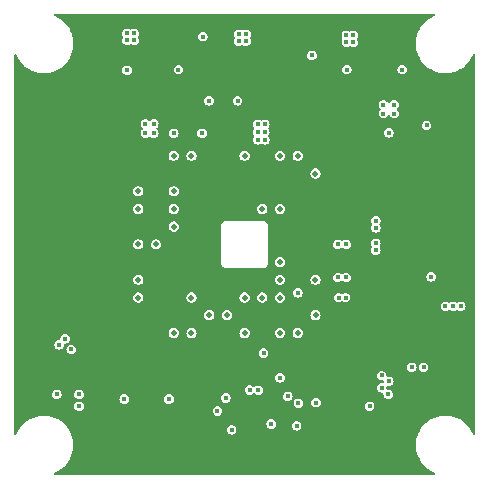
<source format=gbr>
G04 #@! TF.GenerationSoftware,KiCad,Pcbnew,8.0.4*
G04 #@! TF.CreationDate,2024-09-15T19:00:34-07:00*
G04 #@! TF.ProjectId,IMX283_MIPI_Camera_v2,494d5832-3833-45f4-9d49-50495f43616d,rev?*
G04 #@! TF.SameCoordinates,Original*
G04 #@! TF.FileFunction,Copper,L2,Inr*
G04 #@! TF.FilePolarity,Positive*
%FSLAX46Y46*%
G04 Gerber Fmt 4.6, Leading zero omitted, Abs format (unit mm)*
G04 Created by KiCad (PCBNEW 8.0.4) date 2024-09-15 19:00:34*
%MOMM*%
%LPD*%
G01*
G04 APERTURE LIST*
G04 #@! TA.AperFunction,ViaPad*
%ADD10C,0.450000*%
G04 #@! TD*
G04 #@! TA.AperFunction,ViaPad*
%ADD11C,0.500000*%
G04 #@! TD*
G04 APERTURE END LIST*
D10*
G04 #@! TO.N,GND*
X133700000Y-117600000D03*
X128700000Y-85700000D03*
X138700000Y-118500000D03*
D11*
X143100637Y-105587082D03*
D10*
X145700000Y-118500000D03*
X157700000Y-118500000D03*
X155550000Y-89450000D03*
X146750000Y-83400000D03*
D11*
X141600637Y-105587082D03*
D10*
X151700000Y-80800000D03*
X154350000Y-98850000D03*
X149700000Y-80800000D03*
X138300000Y-83300000D03*
X138300000Y-89450000D03*
X128700000Y-99700000D03*
X128700000Y-90700000D03*
X153700000Y-118500000D03*
X160350000Y-110000000D03*
X152850000Y-98850000D03*
X134950000Y-115900000D03*
X166600000Y-100337500D03*
X135400000Y-87600000D03*
X166600000Y-101800000D03*
X148000000Y-87600000D03*
X138300000Y-84000000D03*
X137450000Y-90250000D03*
X159400000Y-86725000D03*
X128700000Y-91700000D03*
X128700000Y-98700000D03*
X164000000Y-98850000D03*
X129700000Y-85700000D03*
X151700000Y-118500000D03*
X133700000Y-80800000D03*
X159700000Y-118500000D03*
X128700000Y-104700000D03*
X134950000Y-115100000D03*
X142700000Y-80800000D03*
X159000000Y-116200000D03*
X150700000Y-80800000D03*
X164000000Y-103350000D03*
X154700000Y-118500000D03*
X147800000Y-89400000D03*
X136700000Y-118500000D03*
X158250000Y-100600000D03*
D11*
X152100637Y-105617000D03*
D10*
X166600000Y-95837500D03*
X137500000Y-84000000D03*
X152700000Y-80800000D03*
X152700000Y-118500000D03*
D11*
X152100000Y-101100000D03*
D10*
X154350000Y-101837500D03*
X154250000Y-93000000D03*
X155700000Y-118500000D03*
D11*
X152100000Y-96600000D03*
D10*
X154875000Y-90675000D03*
X153700000Y-80800000D03*
X140550000Y-91200000D03*
X143650000Y-116750000D03*
X137900000Y-116700000D03*
X164000000Y-97350000D03*
X128700000Y-87700000D03*
X128700000Y-93700000D03*
X136700000Y-80800000D03*
X137700000Y-80800000D03*
X164800000Y-113350000D03*
X128700000Y-95700000D03*
X166600000Y-94337500D03*
X147600000Y-84100000D03*
X161600000Y-93350000D03*
D11*
X153600000Y-101137500D03*
D10*
X150600000Y-108020000D03*
X157200000Y-85400000D03*
X155850000Y-104700000D03*
X155700000Y-80800000D03*
X161700000Y-105850000D03*
X132620000Y-113300000D03*
X152900000Y-94300000D03*
D11*
X150600000Y-93600000D03*
D10*
X131700000Y-85700000D03*
X140700000Y-116700000D03*
X137450000Y-89450000D03*
X134300000Y-109700000D03*
D11*
X147600637Y-105587082D03*
D10*
X152900000Y-93000000D03*
X137900000Y-115900000D03*
X138300000Y-90250000D03*
X161700000Y-80800000D03*
X128700000Y-89700000D03*
D11*
X140100000Y-101100000D03*
D10*
X156600000Y-96375000D03*
D11*
X140100000Y-104100000D03*
D10*
X128700000Y-100700000D03*
X148000000Y-88300000D03*
X155850000Y-100325000D03*
X147000000Y-90200000D03*
D11*
X143100000Y-93600000D03*
D10*
X143700000Y-118500000D03*
X143700000Y-80800000D03*
X130500000Y-110500000D03*
X133577500Y-108922500D03*
X143650000Y-115950000D03*
X154350000Y-103350000D03*
X144700000Y-118500000D03*
X155850000Y-103000000D03*
X150700000Y-118500000D03*
X153300000Y-87000000D03*
X160700000Y-118500000D03*
X154350000Y-100337500D03*
X128700000Y-109700000D03*
X148700000Y-80800000D03*
X140700000Y-80800000D03*
X144590000Y-86300000D03*
X154850000Y-89850000D03*
X166600000Y-98837500D03*
X134950000Y-116700000D03*
X156050000Y-84200000D03*
X133700000Y-116700000D03*
X159700000Y-80800000D03*
X146750000Y-84100000D03*
X128700000Y-111700000D03*
X128700000Y-105700000D03*
X128700000Y-107700000D03*
X128700000Y-86700000D03*
X140700000Y-115100000D03*
D11*
X149100637Y-105587082D03*
D10*
X157220000Y-113300000D03*
D11*
X140100000Y-96600000D03*
X153600000Y-104100000D03*
X140100000Y-95100000D03*
D10*
X137700000Y-118500000D03*
X160300000Y-86725000D03*
X140700000Y-115900000D03*
D11*
X152100000Y-102600000D03*
D10*
X147700000Y-80800000D03*
X131250000Y-108900000D03*
X132620000Y-112300000D03*
X166600000Y-103337500D03*
X156900000Y-84200000D03*
X133700000Y-82700000D03*
X135700000Y-80800000D03*
X128700000Y-96700000D03*
D11*
X149100000Y-95100000D03*
D10*
X129700000Y-113700000D03*
X128700000Y-88700000D03*
X166150000Y-93350000D03*
X146700000Y-80800000D03*
X160300000Y-117700000D03*
D11*
X150600637Y-105587082D03*
D10*
X133700000Y-83700000D03*
X149700000Y-118500000D03*
X133700000Y-115700000D03*
X130500000Y-109700000D03*
X128700000Y-106700000D03*
X128700000Y-101700000D03*
D11*
X140100637Y-98087082D03*
D10*
X158250000Y-98850000D03*
X141700000Y-80800000D03*
X144700000Y-80800000D03*
X128700000Y-102700000D03*
X134700000Y-80800000D03*
X166000000Y-105850000D03*
X164000000Y-101850000D03*
X154700000Y-80800000D03*
X133700000Y-118500000D03*
X158700000Y-80800000D03*
X154250000Y-94300000D03*
X151525001Y-108300001D03*
D11*
X141600000Y-93600000D03*
D10*
X157700000Y-80800000D03*
X160300000Y-85925000D03*
X128700000Y-110700000D03*
X147800000Y-90200000D03*
X130700000Y-113700000D03*
X166600000Y-97337500D03*
X149166666Y-117200000D03*
X128700000Y-113700000D03*
D11*
X152100000Y-93600000D03*
D10*
X137900000Y-115100000D03*
X147600000Y-83400000D03*
X159100000Y-98850000D03*
X134700000Y-118500000D03*
X145700000Y-80800000D03*
X156700000Y-118500000D03*
X148750000Y-113200000D03*
X128700000Y-103700000D03*
X135700000Y-118500000D03*
X138600000Y-86050000D03*
X132700000Y-84700000D03*
D11*
X140100000Y-102600000D03*
D10*
X131700000Y-113700000D03*
X142700000Y-118500000D03*
X157200000Y-86100000D03*
X146700000Y-118500000D03*
X139700000Y-80800000D03*
D11*
X147600000Y-93600000D03*
D10*
X161750000Y-109000000D03*
X161700000Y-118500000D03*
X132700000Y-114700000D03*
X156900000Y-83500000D03*
X154350000Y-104750000D03*
X141700000Y-118500000D03*
X130700000Y-85700000D03*
X143650000Y-115150000D03*
X164000000Y-95850000D03*
X128700000Y-92700000D03*
X139700000Y-118500000D03*
X147700000Y-118500000D03*
X130767500Y-112300000D03*
X164850000Y-107700000D03*
X156700000Y-80800000D03*
X151250000Y-113430000D03*
X140700000Y-118500000D03*
X153474999Y-108300001D03*
X147000000Y-89400000D03*
X158350000Y-111900000D03*
X156050000Y-83500000D03*
X159400000Y-85925000D03*
X145300000Y-112200000D03*
X133700000Y-81700000D03*
X137500000Y-83300000D03*
D11*
X149100000Y-93637500D03*
D10*
X128700000Y-97700000D03*
X158700000Y-118500000D03*
X164000000Y-94350000D03*
X158250000Y-97050000D03*
X154000000Y-90700000D03*
X128700000Y-108700000D03*
X164000000Y-100350000D03*
X128700000Y-112700000D03*
X148700000Y-118500000D03*
X138700000Y-80800000D03*
X128700000Y-94700000D03*
X138600000Y-85300000D03*
X162750000Y-109000000D03*
X160700000Y-80800000D03*
D11*
G04 #@! TO.N,+1V2*
X150600000Y-107100000D03*
X143100000Y-107100000D03*
D10*
X144000000Y-90200000D03*
X148700000Y-90737500D03*
D11*
X150600000Y-102600000D03*
X150600000Y-92100000D03*
D10*
X149300000Y-90737500D03*
X149300000Y-90100000D03*
D11*
X147600000Y-92100000D03*
X149100000Y-96600000D03*
X152100000Y-107100000D03*
X150600000Y-96600000D03*
X147600000Y-107100000D03*
X143100000Y-92100000D03*
X150600000Y-101100000D03*
X152100000Y-92100000D03*
D10*
X149300000Y-89437500D03*
D11*
X153600000Y-102600000D03*
D10*
X148700000Y-90100000D03*
X148700000Y-89437500D03*
X144590000Y-87450000D03*
G04 #@! TO.N,+2V9*
X139200000Y-89400000D03*
D11*
X138600000Y-104100000D03*
D10*
X139900000Y-89400000D03*
D11*
X143100000Y-104100000D03*
D10*
X139900000Y-90200000D03*
D11*
X138600000Y-99600000D03*
X138600000Y-102600000D03*
D10*
X139200000Y-90200000D03*
D11*
X138600000Y-96600000D03*
X141600000Y-92100000D03*
X138600000Y-95100000D03*
D10*
X141600000Y-90200000D03*
D11*
X141600000Y-107100000D03*
G04 #@! TO.N,+1V8*
X149100000Y-104100000D03*
D10*
X159350000Y-87775000D03*
X133580000Y-112300000D03*
X160250000Y-88525000D03*
X159800000Y-90150000D03*
X146000000Y-112600000D03*
D11*
X153600637Y-105587082D03*
D10*
X159350000Y-88525000D03*
X141190000Y-112700000D03*
X151250000Y-112470000D03*
X137410000Y-112700000D03*
X131700000Y-112300000D03*
X132912500Y-108500000D03*
X133580000Y-113300000D03*
X160249815Y-87774772D03*
G04 #@! TO.N,+3V3*
X147112500Y-81800000D03*
X147712500Y-82400000D03*
X162750000Y-110000000D03*
X161750000Y-110000000D03*
X156812500Y-82500000D03*
X147112500Y-82400000D03*
X164600000Y-104850000D03*
X137650000Y-82337500D03*
X145300000Y-113700000D03*
X156212500Y-82500000D03*
X137650000Y-81737500D03*
X138250000Y-82337500D03*
X147712500Y-81800000D03*
X156212500Y-81900000D03*
X153300000Y-83600000D03*
X144050000Y-82010000D03*
X149850000Y-114800000D03*
X138250000Y-81737500D03*
X156812500Y-81900000D03*
X165250000Y-104850000D03*
X165900000Y-104850000D03*
X158180000Y-113300000D03*
X150600000Y-110900000D03*
D11*
G04 #@! TO.N,Net-(C28-Pad1)*
X141600000Y-95100000D03*
G04 #@! TO.N,Net-(C29-Pad1)*
X141600000Y-96600000D03*
G04 #@! TO.N,Net-(C31-Pad1)*
X141600637Y-98087082D03*
G04 #@! TO.N,Net-(C32-Pad1)*
X140100000Y-99600000D03*
D10*
G04 #@! TO.N,SCL_3V3*
X159200000Y-110700000D03*
X159200000Y-111750000D03*
G04 #@! TO.N,SDA_3V3*
X159800000Y-111200000D03*
X153650000Y-113000000D03*
X159750000Y-112300000D03*
X152000000Y-114950000D03*
X152150000Y-113050000D03*
G04 #@! TO.N,RST_1V8*
X146500000Y-115287500D03*
X149200000Y-108800000D03*
X152100000Y-103690000D03*
G04 #@! TO.N,SCL_1V8*
X132412500Y-107600000D03*
D11*
X150600000Y-104100000D03*
D10*
X148750000Y-111950000D03*
D11*
G04 #@! TO.N,SDA_1V8*
X147600000Y-104100000D03*
D10*
X148025000Y-111925000D03*
X131912500Y-108100000D03*
D11*
G04 #@! TO.N,XHS*
X146100637Y-105587082D03*
G04 #@! TO.N,XVS*
X144600637Y-105587082D03*
G04 #@! TO.N,CLOCK*
X153600000Y-93600000D03*
D10*
G04 #@! TO.N,CAM_D2_N*
X158700000Y-99511500D03*
G04 #@! TO.N,CAM_D0_N*
X155500000Y-99600000D03*
G04 #@! TO.N,CAM_CLK_N*
X158700000Y-97611500D03*
G04 #@! TO.N,CAM_D1_N*
X155500000Y-102400000D03*
G04 #@! TO.N,CAM_D3_N*
X155550000Y-104100000D03*
G04 #@! TO.N,CAM_D2_P*
X158700000Y-100088500D03*
G04 #@! TO.N,CAM_D0_P*
X156200000Y-99600000D03*
G04 #@! TO.N,CAM_CLK_P*
X158700000Y-98188500D03*
G04 #@! TO.N,CAM_D1_P*
X156200000Y-102400000D03*
G04 #@! TO.N,CAM_D3_P*
X156150000Y-104100000D03*
G04 #@! TO.N,CAM_EN*
X142000000Y-84800000D03*
X156250000Y-84800000D03*
X137650000Y-84850000D03*
X147000000Y-87450000D03*
X160950000Y-84800000D03*
G04 #@! TO.N,Net-(J1-Pad6)*
X163400000Y-102350000D03*
X163000000Y-89525000D03*
G04 #@! TD*
G04 #@! TA.AperFunction,Conductor*
G04 #@! TO.N,GND*
G36*
X163707109Y-80120822D02*
G01*
X163737549Y-80173545D01*
X163726977Y-80233500D01*
X163680341Y-80272633D01*
X163679324Y-80272995D01*
X163654121Y-80281814D01*
X163641586Y-80286201D01*
X163388552Y-80408055D01*
X163388548Y-80408058D01*
X163150756Y-80557473D01*
X162931178Y-80732581D01*
X162732581Y-80931178D01*
X162557473Y-81150756D01*
X162408058Y-81388548D01*
X162408055Y-81388552D01*
X162286201Y-81641586D01*
X162286199Y-81641592D01*
X162195778Y-81900002D01*
X162193439Y-81906686D01*
X162130943Y-82180500D01*
X162099500Y-82459568D01*
X162099500Y-82740431D01*
X162130943Y-83019499D01*
X162130944Y-83019506D01*
X162130945Y-83019509D01*
X162193440Y-83293318D01*
X162272640Y-83519658D01*
X162286201Y-83558413D01*
X162408055Y-83811447D01*
X162408058Y-83811451D01*
X162557473Y-84049243D01*
X162557477Y-84049248D01*
X162732584Y-84268825D01*
X162931175Y-84467416D01*
X163045619Y-84558682D01*
X163150756Y-84642526D01*
X163388548Y-84791941D01*
X163388552Y-84791944D01*
X163591206Y-84889536D01*
X163641592Y-84913801D01*
X163906682Y-85006560D01*
X164180491Y-85069055D01*
X164459575Y-85100500D01*
X164740425Y-85100500D01*
X165019509Y-85069055D01*
X165293318Y-85006560D01*
X165558408Y-84913801D01*
X165811445Y-84791945D01*
X166049248Y-84642523D01*
X166268825Y-84467416D01*
X166467416Y-84268825D01*
X166642523Y-84049248D01*
X166791945Y-83811445D01*
X166913801Y-83558408D01*
X166926994Y-83520703D01*
X166965542Y-83473583D01*
X167025360Y-83462264D01*
X167078459Y-83492044D01*
X167099993Y-83548988D01*
X167100000Y-83550098D01*
X167100000Y-115649901D01*
X167079178Y-115707109D01*
X167026455Y-115737549D01*
X166966500Y-115726977D01*
X166927367Y-115680341D01*
X166926994Y-115679296D01*
X166926527Y-115677961D01*
X166913801Y-115641592D01*
X166791945Y-115388555D01*
X166791944Y-115388552D01*
X166791941Y-115388548D01*
X166642526Y-115150756D01*
X166555252Y-115041318D01*
X166467416Y-114931175D01*
X166268825Y-114732584D01*
X166049248Y-114557477D01*
X166049243Y-114557473D01*
X165811451Y-114408058D01*
X165811447Y-114408055D01*
X165558413Y-114286201D01*
X165558409Y-114286199D01*
X165558408Y-114286199D01*
X165293318Y-114193440D01*
X165019509Y-114130945D01*
X165019506Y-114130944D01*
X165019499Y-114130943D01*
X164740431Y-114099500D01*
X164740425Y-114099500D01*
X164459575Y-114099500D01*
X164459568Y-114099500D01*
X164180500Y-114130943D01*
X164180491Y-114130944D01*
X164180491Y-114130945D01*
X163906682Y-114193440D01*
X163694425Y-114267711D01*
X163641586Y-114286201D01*
X163388552Y-114408055D01*
X163388548Y-114408058D01*
X163150756Y-114557473D01*
X162931178Y-114732581D01*
X162732581Y-114931178D01*
X162557473Y-115150756D01*
X162408058Y-115388548D01*
X162408055Y-115388552D01*
X162286201Y-115641586D01*
X162282903Y-115651010D01*
X162256322Y-115726977D01*
X162193439Y-115906686D01*
X162130943Y-116180500D01*
X162099500Y-116459568D01*
X162099500Y-116740431D01*
X162130943Y-117019499D01*
X162130944Y-117019506D01*
X162130945Y-117019509D01*
X162193440Y-117293318D01*
X162286199Y-117558408D01*
X162286201Y-117558413D01*
X162408055Y-117811447D01*
X162408058Y-117811451D01*
X162557473Y-118049243D01*
X162557477Y-118049248D01*
X162732584Y-118268825D01*
X162931175Y-118467416D01*
X162931178Y-118467418D01*
X163150756Y-118642526D01*
X163388548Y-118791941D01*
X163388552Y-118791944D01*
X163591206Y-118889536D01*
X163641592Y-118913801D01*
X163679296Y-118926994D01*
X163726417Y-118965543D01*
X163737735Y-119025361D01*
X163707955Y-119078460D01*
X163651010Y-119099993D01*
X163649901Y-119100000D01*
X131550099Y-119100000D01*
X131492891Y-119079178D01*
X131462451Y-119026455D01*
X131473023Y-118966500D01*
X131519659Y-118927367D01*
X131520675Y-118927004D01*
X131558408Y-118913801D01*
X131811445Y-118791945D01*
X132049248Y-118642523D01*
X132268825Y-118467416D01*
X132467416Y-118268825D01*
X132642523Y-118049248D01*
X132791945Y-117811445D01*
X132913801Y-117558408D01*
X133006560Y-117293318D01*
X133069055Y-117019509D01*
X133100500Y-116740425D01*
X133100500Y-116459575D01*
X133069055Y-116180491D01*
X133006560Y-115906682D01*
X132913801Y-115641592D01*
X132791945Y-115388555D01*
X132791944Y-115388552D01*
X132791941Y-115388548D01*
X132728446Y-115287497D01*
X146089445Y-115287497D01*
X146089445Y-115287502D01*
X146109537Y-115414364D01*
X146109538Y-115414366D01*
X146109538Y-115414367D01*
X146109539Y-115414368D01*
X146167854Y-115528818D01*
X146258682Y-115619646D01*
X146373132Y-115677961D01*
X146373133Y-115677961D01*
X146373135Y-115677962D01*
X146499998Y-115698055D01*
X146500000Y-115698055D01*
X146500002Y-115698055D01*
X146626864Y-115677962D01*
X146626865Y-115677961D01*
X146626868Y-115677961D01*
X146741318Y-115619646D01*
X146832146Y-115528818D01*
X146890461Y-115414368D01*
X146894550Y-115388555D01*
X146910555Y-115287502D01*
X146910555Y-115287497D01*
X146890462Y-115160635D01*
X146890461Y-115160633D01*
X146890461Y-115160632D01*
X146832146Y-115046182D01*
X146741318Y-114955354D01*
X146626868Y-114897039D01*
X146626867Y-114897038D01*
X146626866Y-114897038D01*
X146626864Y-114897037D01*
X146500002Y-114876945D01*
X146499998Y-114876945D01*
X146373135Y-114897037D01*
X146373133Y-114897038D01*
X146258683Y-114955353D01*
X146167853Y-115046183D01*
X146109538Y-115160633D01*
X146109537Y-115160635D01*
X146089445Y-115287497D01*
X132728446Y-115287497D01*
X132642526Y-115150756D01*
X132555252Y-115041318D01*
X132467416Y-114931175D01*
X132336238Y-114799997D01*
X149439445Y-114799997D01*
X149439445Y-114800002D01*
X149459537Y-114926864D01*
X149459538Y-114926866D01*
X149459538Y-114926867D01*
X149459539Y-114926868D01*
X149517854Y-115041318D01*
X149608682Y-115132146D01*
X149723132Y-115190461D01*
X149723133Y-115190461D01*
X149723135Y-115190462D01*
X149849998Y-115210555D01*
X149850000Y-115210555D01*
X149850002Y-115210555D01*
X149976864Y-115190462D01*
X149976865Y-115190461D01*
X149976868Y-115190461D01*
X150091318Y-115132146D01*
X150182146Y-115041318D01*
X150228676Y-114949997D01*
X151589445Y-114949997D01*
X151589445Y-114950002D01*
X151609537Y-115076864D01*
X151609538Y-115076866D01*
X151609538Y-115076867D01*
X151609539Y-115076868D01*
X151667854Y-115191318D01*
X151758682Y-115282146D01*
X151873132Y-115340461D01*
X151873133Y-115340461D01*
X151873135Y-115340462D01*
X151999998Y-115360555D01*
X152000000Y-115360555D01*
X152000002Y-115360555D01*
X152126864Y-115340462D01*
X152126865Y-115340461D01*
X152126868Y-115340461D01*
X152241318Y-115282146D01*
X152332146Y-115191318D01*
X152390461Y-115076868D01*
X152395322Y-115046182D01*
X152410555Y-114950002D01*
X152410555Y-114949997D01*
X152390462Y-114823135D01*
X152390461Y-114823133D01*
X152390461Y-114823132D01*
X152332146Y-114708682D01*
X152241318Y-114617854D01*
X152126868Y-114559539D01*
X152126867Y-114559538D01*
X152126866Y-114559538D01*
X152126864Y-114559537D01*
X152000002Y-114539445D01*
X151999998Y-114539445D01*
X151873135Y-114559537D01*
X151873133Y-114559538D01*
X151758683Y-114617853D01*
X151667853Y-114708683D01*
X151609538Y-114823133D01*
X151609537Y-114823135D01*
X151589445Y-114949997D01*
X150228676Y-114949997D01*
X150240461Y-114926868D01*
X150245186Y-114897039D01*
X150260555Y-114800002D01*
X150260555Y-114799997D01*
X150240462Y-114673135D01*
X150240461Y-114673133D01*
X150240461Y-114673132D01*
X150182146Y-114558682D01*
X150091318Y-114467854D01*
X149976868Y-114409539D01*
X149976867Y-114409538D01*
X149976866Y-114409538D01*
X149976864Y-114409537D01*
X149850002Y-114389445D01*
X149849998Y-114389445D01*
X149723135Y-114409537D01*
X149723133Y-114409538D01*
X149608683Y-114467853D01*
X149517853Y-114558683D01*
X149459538Y-114673133D01*
X149459537Y-114673135D01*
X149439445Y-114799997D01*
X132336238Y-114799997D01*
X132268825Y-114732584D01*
X132049248Y-114557477D01*
X132049243Y-114557473D01*
X131811451Y-114408058D01*
X131811447Y-114408055D01*
X131558413Y-114286201D01*
X131558409Y-114286199D01*
X131558408Y-114286199D01*
X131293318Y-114193440D01*
X131019509Y-114130945D01*
X131019506Y-114130944D01*
X131019499Y-114130943D01*
X130740431Y-114099500D01*
X130740425Y-114099500D01*
X130459575Y-114099500D01*
X130459568Y-114099500D01*
X130180500Y-114130943D01*
X130180491Y-114130944D01*
X130180491Y-114130945D01*
X129906682Y-114193440D01*
X129694425Y-114267711D01*
X129641586Y-114286201D01*
X129388552Y-114408055D01*
X129388548Y-114408058D01*
X129150756Y-114557473D01*
X128931178Y-114732581D01*
X128732581Y-114931178D01*
X128557473Y-115150756D01*
X128408058Y-115388548D01*
X128408055Y-115388552D01*
X128286201Y-115641586D01*
X128273006Y-115679296D01*
X128234457Y-115726417D01*
X128174639Y-115737735D01*
X128121540Y-115707955D01*
X128100007Y-115651010D01*
X128100000Y-115649901D01*
X128100000Y-113299997D01*
X133169445Y-113299997D01*
X133169445Y-113300002D01*
X133189537Y-113426864D01*
X133189538Y-113426866D01*
X133189538Y-113426867D01*
X133189539Y-113426868D01*
X133247854Y-113541318D01*
X133338682Y-113632146D01*
X133453132Y-113690461D01*
X133453133Y-113690461D01*
X133453135Y-113690462D01*
X133579998Y-113710555D01*
X133580000Y-113710555D01*
X133580002Y-113710555D01*
X133646662Y-113699997D01*
X144889445Y-113699997D01*
X144889445Y-113700002D01*
X144909537Y-113826864D01*
X144909538Y-113826866D01*
X144909538Y-113826867D01*
X144909539Y-113826868D01*
X144967854Y-113941318D01*
X145058682Y-114032146D01*
X145173132Y-114090461D01*
X145173133Y-114090461D01*
X145173135Y-114090462D01*
X145299998Y-114110555D01*
X145300000Y-114110555D01*
X145300002Y-114110555D01*
X145426864Y-114090462D01*
X145426865Y-114090461D01*
X145426868Y-114090461D01*
X145541318Y-114032146D01*
X145632146Y-113941318D01*
X145690461Y-113826868D01*
X145708884Y-113710555D01*
X145710555Y-113700002D01*
X145710555Y-113699997D01*
X145690462Y-113573135D01*
X145690461Y-113573133D01*
X145690461Y-113573132D01*
X145632146Y-113458682D01*
X145541318Y-113367854D01*
X145426868Y-113309539D01*
X145426867Y-113309538D01*
X145426866Y-113309538D01*
X145426864Y-113309537D01*
X145300002Y-113289445D01*
X145299998Y-113289445D01*
X145173135Y-113309537D01*
X145173133Y-113309538D01*
X145058683Y-113367853D01*
X144967853Y-113458683D01*
X144909538Y-113573133D01*
X144909537Y-113573135D01*
X144889445Y-113699997D01*
X133646662Y-113699997D01*
X133706864Y-113690462D01*
X133706865Y-113690461D01*
X133706868Y-113690461D01*
X133821318Y-113632146D01*
X133912146Y-113541318D01*
X133970461Y-113426868D01*
X133976228Y-113390462D01*
X133990555Y-113300002D01*
X133990555Y-113299997D01*
X133970462Y-113173135D01*
X133970461Y-113173133D01*
X133970461Y-113173132D01*
X133912146Y-113058682D01*
X133821318Y-112967854D01*
X133706868Y-112909539D01*
X133706867Y-112909538D01*
X133706866Y-112909538D01*
X133706864Y-112909537D01*
X133580002Y-112889445D01*
X133579998Y-112889445D01*
X133453135Y-112909537D01*
X133453133Y-112909538D01*
X133338683Y-112967853D01*
X133247853Y-113058683D01*
X133189538Y-113173133D01*
X133189537Y-113173135D01*
X133169445Y-113299997D01*
X128100000Y-113299997D01*
X128100000Y-112299997D01*
X131289445Y-112299997D01*
X131289445Y-112300002D01*
X131309537Y-112426864D01*
X131309538Y-112426866D01*
X131309538Y-112426867D01*
X131309539Y-112426868D01*
X131367854Y-112541318D01*
X131458682Y-112632146D01*
X131573132Y-112690461D01*
X131573133Y-112690461D01*
X131573135Y-112690462D01*
X131699998Y-112710555D01*
X131700000Y-112710555D01*
X131700002Y-112710555D01*
X131826864Y-112690462D01*
X131826865Y-112690461D01*
X131826868Y-112690461D01*
X131941318Y-112632146D01*
X132032146Y-112541318D01*
X132090461Y-112426868D01*
X132101261Y-112358683D01*
X132110555Y-112300002D01*
X132110555Y-112299997D01*
X133169445Y-112299997D01*
X133169445Y-112300002D01*
X133189537Y-112426864D01*
X133189538Y-112426866D01*
X133189538Y-112426867D01*
X133189539Y-112426868D01*
X133247854Y-112541318D01*
X133338682Y-112632146D01*
X133453132Y-112690461D01*
X133453133Y-112690461D01*
X133453135Y-112690462D01*
X133579998Y-112710555D01*
X133580000Y-112710555D01*
X133580002Y-112710555D01*
X133646662Y-112699997D01*
X136999445Y-112699997D01*
X136999445Y-112700002D01*
X137019537Y-112826864D01*
X137019538Y-112826866D01*
X137019538Y-112826867D01*
X137019539Y-112826868D01*
X137077854Y-112941318D01*
X137168682Y-113032146D01*
X137283132Y-113090461D01*
X137283133Y-113090461D01*
X137283135Y-113090462D01*
X137409998Y-113110555D01*
X137410000Y-113110555D01*
X137410002Y-113110555D01*
X137536864Y-113090462D01*
X137536865Y-113090461D01*
X137536868Y-113090461D01*
X137651318Y-113032146D01*
X137742146Y-112941318D01*
X137800461Y-112826868D01*
X137803342Y-112808683D01*
X137820555Y-112700002D01*
X137820555Y-112699997D01*
X140779445Y-112699997D01*
X140779445Y-112700002D01*
X140799537Y-112826864D01*
X140799538Y-112826866D01*
X140799538Y-112826867D01*
X140799539Y-112826868D01*
X140857854Y-112941318D01*
X140948682Y-113032146D01*
X141063132Y-113090461D01*
X141063133Y-113090461D01*
X141063135Y-113090462D01*
X141189998Y-113110555D01*
X141190000Y-113110555D01*
X141190002Y-113110555D01*
X141316864Y-113090462D01*
X141316865Y-113090461D01*
X141316868Y-113090461D01*
X141396283Y-113049997D01*
X151739445Y-113049997D01*
X151739445Y-113050002D01*
X151759537Y-113176864D01*
X151759538Y-113176866D01*
X151759538Y-113176867D01*
X151759539Y-113176868D01*
X151817854Y-113291318D01*
X151908682Y-113382146D01*
X152023132Y-113440461D01*
X152023133Y-113440461D01*
X152023135Y-113440462D01*
X152149998Y-113460555D01*
X152150000Y-113460555D01*
X152150002Y-113460555D01*
X152276864Y-113440462D01*
X152276865Y-113440461D01*
X152276868Y-113440461D01*
X152391318Y-113382146D01*
X152482146Y-113291318D01*
X152540461Y-113176868D01*
X152541053Y-113173135D01*
X152560555Y-113050002D01*
X152560555Y-113049997D01*
X152552636Y-112999997D01*
X153239445Y-112999997D01*
X153239445Y-113000002D01*
X153259537Y-113126864D01*
X153259538Y-113126866D01*
X153259538Y-113126867D01*
X153259539Y-113126868D01*
X153317854Y-113241318D01*
X153408682Y-113332146D01*
X153523132Y-113390461D01*
X153523133Y-113390461D01*
X153523135Y-113390462D01*
X153649998Y-113410555D01*
X153650000Y-113410555D01*
X153650002Y-113410555D01*
X153776864Y-113390462D01*
X153776865Y-113390461D01*
X153776868Y-113390461D01*
X153891318Y-113332146D01*
X153923467Y-113299997D01*
X157769445Y-113299997D01*
X157769445Y-113300002D01*
X157789537Y-113426864D01*
X157789538Y-113426866D01*
X157789538Y-113426867D01*
X157789539Y-113426868D01*
X157847854Y-113541318D01*
X157938682Y-113632146D01*
X158053132Y-113690461D01*
X158053133Y-113690461D01*
X158053135Y-113690462D01*
X158179998Y-113710555D01*
X158180000Y-113710555D01*
X158180002Y-113710555D01*
X158306864Y-113690462D01*
X158306865Y-113690461D01*
X158306868Y-113690461D01*
X158421318Y-113632146D01*
X158512146Y-113541318D01*
X158570461Y-113426868D01*
X158576228Y-113390462D01*
X158590555Y-113300002D01*
X158590555Y-113299997D01*
X158570462Y-113173135D01*
X158570461Y-113173133D01*
X158570461Y-113173132D01*
X158512146Y-113058682D01*
X158421318Y-112967854D01*
X158306868Y-112909539D01*
X158306867Y-112909538D01*
X158306866Y-112909538D01*
X158306864Y-112909537D01*
X158180002Y-112889445D01*
X158179998Y-112889445D01*
X158053135Y-112909537D01*
X158053133Y-112909538D01*
X157938683Y-112967853D01*
X157847853Y-113058683D01*
X157789538Y-113173133D01*
X157789537Y-113173135D01*
X157769445Y-113299997D01*
X153923467Y-113299997D01*
X153982146Y-113241318D01*
X154040461Y-113126868D01*
X154046228Y-113090462D01*
X154060555Y-113000002D01*
X154060555Y-112999997D01*
X154040462Y-112873135D01*
X154040461Y-112873133D01*
X154040461Y-112873132D01*
X153982146Y-112758682D01*
X153891318Y-112667854D01*
X153776868Y-112609539D01*
X153776867Y-112609538D01*
X153776866Y-112609538D01*
X153776864Y-112609537D01*
X153650002Y-112589445D01*
X153649998Y-112589445D01*
X153523135Y-112609537D01*
X153523133Y-112609538D01*
X153408683Y-112667853D01*
X153317853Y-112758683D01*
X153259538Y-112873133D01*
X153259537Y-112873135D01*
X153239445Y-112999997D01*
X152552636Y-112999997D01*
X152540462Y-112923135D01*
X152540461Y-112923133D01*
X152540461Y-112923132D01*
X152482146Y-112808682D01*
X152391318Y-112717854D01*
X152276868Y-112659539D01*
X152276867Y-112659538D01*
X152276866Y-112659538D01*
X152276864Y-112659537D01*
X152150002Y-112639445D01*
X152149998Y-112639445D01*
X152023135Y-112659537D01*
X152023133Y-112659538D01*
X151908683Y-112717853D01*
X151817853Y-112808683D01*
X151759538Y-112923133D01*
X151759537Y-112923135D01*
X151739445Y-113049997D01*
X141396283Y-113049997D01*
X141431318Y-113032146D01*
X141522146Y-112941318D01*
X141580461Y-112826868D01*
X141583342Y-112808683D01*
X141600555Y-112700002D01*
X141600555Y-112699997D01*
X141584717Y-112599997D01*
X145589445Y-112599997D01*
X145589445Y-112600002D01*
X145609537Y-112726864D01*
X145609538Y-112726866D01*
X145609538Y-112726867D01*
X145609539Y-112726868D01*
X145667854Y-112841318D01*
X145758682Y-112932146D01*
X145873132Y-112990461D01*
X145873133Y-112990461D01*
X145873135Y-112990462D01*
X145999998Y-113010555D01*
X146000000Y-113010555D01*
X146000002Y-113010555D01*
X146126864Y-112990462D01*
X146126865Y-112990461D01*
X146126868Y-112990461D01*
X146241318Y-112932146D01*
X146332146Y-112841318D01*
X146390461Y-112726868D01*
X146392925Y-112711316D01*
X146410555Y-112600002D01*
X146410555Y-112599997D01*
X146390462Y-112473135D01*
X146390461Y-112473133D01*
X146390461Y-112473132D01*
X146388864Y-112469997D01*
X150839445Y-112469997D01*
X150839445Y-112470002D01*
X150859537Y-112596864D01*
X150859538Y-112596866D01*
X150859538Y-112596867D01*
X150859539Y-112596868D01*
X150917854Y-112711318D01*
X151008682Y-112802146D01*
X151123132Y-112860461D01*
X151123133Y-112860461D01*
X151123135Y-112860462D01*
X151249998Y-112880555D01*
X151250000Y-112880555D01*
X151250002Y-112880555D01*
X151376864Y-112860462D01*
X151376865Y-112860461D01*
X151376868Y-112860461D01*
X151491318Y-112802146D01*
X151582146Y-112711318D01*
X151640461Y-112596868D01*
X151644221Y-112573133D01*
X151660555Y-112470002D01*
X151660555Y-112469997D01*
X151640462Y-112343135D01*
X151640461Y-112343133D01*
X151640461Y-112343132D01*
X151582146Y-112228682D01*
X151491318Y-112137854D01*
X151376868Y-112079539D01*
X151376867Y-112079538D01*
X151376866Y-112079538D01*
X151376864Y-112079537D01*
X151250002Y-112059445D01*
X151249998Y-112059445D01*
X151123135Y-112079537D01*
X151123133Y-112079538D01*
X151008683Y-112137853D01*
X150917853Y-112228683D01*
X150859538Y-112343133D01*
X150859537Y-112343135D01*
X150839445Y-112469997D01*
X146388864Y-112469997D01*
X146332146Y-112358682D01*
X146241318Y-112267854D01*
X146126868Y-112209539D01*
X146126867Y-112209538D01*
X146126866Y-112209538D01*
X146126864Y-112209537D01*
X146000002Y-112189445D01*
X145999998Y-112189445D01*
X145873135Y-112209537D01*
X145873133Y-112209538D01*
X145758683Y-112267853D01*
X145667853Y-112358683D01*
X145609538Y-112473133D01*
X145609537Y-112473135D01*
X145589445Y-112599997D01*
X141584717Y-112599997D01*
X141580462Y-112573135D01*
X141580461Y-112573133D01*
X141580461Y-112573132D01*
X141522146Y-112458682D01*
X141431318Y-112367854D01*
X141316868Y-112309539D01*
X141316867Y-112309538D01*
X141316866Y-112309538D01*
X141316864Y-112309537D01*
X141190002Y-112289445D01*
X141189998Y-112289445D01*
X141063135Y-112309537D01*
X141063133Y-112309538D01*
X140948683Y-112367853D01*
X140857853Y-112458683D01*
X140799538Y-112573133D01*
X140799537Y-112573135D01*
X140779445Y-112699997D01*
X137820555Y-112699997D01*
X137800462Y-112573135D01*
X137800461Y-112573133D01*
X137800461Y-112573132D01*
X137742146Y-112458682D01*
X137651318Y-112367854D01*
X137536868Y-112309539D01*
X137536867Y-112309538D01*
X137536866Y-112309538D01*
X137536864Y-112309537D01*
X137410002Y-112289445D01*
X137409998Y-112289445D01*
X137283135Y-112309537D01*
X137283133Y-112309538D01*
X137168683Y-112367853D01*
X137077853Y-112458683D01*
X137019538Y-112573133D01*
X137019537Y-112573135D01*
X136999445Y-112699997D01*
X133646662Y-112699997D01*
X133706864Y-112690462D01*
X133706865Y-112690461D01*
X133706868Y-112690461D01*
X133821318Y-112632146D01*
X133912146Y-112541318D01*
X133970461Y-112426868D01*
X133981261Y-112358683D01*
X133990555Y-112300002D01*
X133990555Y-112299997D01*
X133970462Y-112173135D01*
X133970461Y-112173133D01*
X133970461Y-112173132D01*
X133912146Y-112058682D01*
X133821318Y-111967854D01*
X133737206Y-111924997D01*
X147614445Y-111924997D01*
X147614445Y-111925002D01*
X147634537Y-112051864D01*
X147634538Y-112051866D01*
X147634538Y-112051867D01*
X147634539Y-112051868D01*
X147692854Y-112166318D01*
X147783682Y-112257146D01*
X147898132Y-112315461D01*
X147898133Y-112315461D01*
X147898135Y-112315462D01*
X148024998Y-112335555D01*
X148025000Y-112335555D01*
X148025002Y-112335555D01*
X148151864Y-112315462D01*
X148151865Y-112315461D01*
X148151868Y-112315461D01*
X148266318Y-112257146D01*
X148312068Y-112211395D01*
X148367243Y-112185668D01*
X148426048Y-112201424D01*
X148437926Y-112211390D01*
X148508682Y-112282146D01*
X148623132Y-112340461D01*
X148623133Y-112340461D01*
X148623135Y-112340462D01*
X148749998Y-112360555D01*
X148750000Y-112360555D01*
X148750002Y-112360555D01*
X148876864Y-112340462D01*
X148876865Y-112340461D01*
X148876868Y-112340461D01*
X148991318Y-112282146D01*
X149082146Y-112191318D01*
X149140461Y-112076868D01*
X149143342Y-112058683D01*
X149160555Y-111950002D01*
X149160555Y-111949997D01*
X149140462Y-111823135D01*
X149140461Y-111823133D01*
X149140461Y-111823132D01*
X149082146Y-111708682D01*
X148991318Y-111617854D01*
X148876868Y-111559539D01*
X148876867Y-111559538D01*
X148876866Y-111559538D01*
X148876864Y-111559537D01*
X148750002Y-111539445D01*
X148749998Y-111539445D01*
X148623135Y-111559537D01*
X148623133Y-111559538D01*
X148508683Y-111617853D01*
X148508682Y-111617853D01*
X148508682Y-111617854D01*
X148462931Y-111663604D01*
X148407757Y-111689332D01*
X148348952Y-111673576D01*
X148337073Y-111663609D01*
X148266318Y-111592854D01*
X148151868Y-111534539D01*
X148151867Y-111534538D01*
X148151866Y-111534538D01*
X148151864Y-111534537D01*
X148025002Y-111514445D01*
X148024998Y-111514445D01*
X147898135Y-111534537D01*
X147898133Y-111534538D01*
X147783683Y-111592853D01*
X147692853Y-111683683D01*
X147634538Y-111798133D01*
X147634537Y-111798135D01*
X147614445Y-111924997D01*
X133737206Y-111924997D01*
X133706868Y-111909539D01*
X133706867Y-111909538D01*
X133706866Y-111909538D01*
X133706864Y-111909537D01*
X133580002Y-111889445D01*
X133579998Y-111889445D01*
X133453135Y-111909537D01*
X133453133Y-111909538D01*
X133338683Y-111967853D01*
X133247853Y-112058683D01*
X133189538Y-112173133D01*
X133189537Y-112173135D01*
X133169445Y-112299997D01*
X132110555Y-112299997D01*
X132090462Y-112173135D01*
X132090461Y-112173133D01*
X132090461Y-112173132D01*
X132032146Y-112058682D01*
X131941318Y-111967854D01*
X131826868Y-111909539D01*
X131826867Y-111909538D01*
X131826866Y-111909538D01*
X131826864Y-111909537D01*
X131700002Y-111889445D01*
X131699998Y-111889445D01*
X131573135Y-111909537D01*
X131573133Y-111909538D01*
X131458683Y-111967853D01*
X131367853Y-112058683D01*
X131309538Y-112173133D01*
X131309537Y-112173135D01*
X131289445Y-112299997D01*
X128100000Y-112299997D01*
X128100000Y-110899997D01*
X150189445Y-110899997D01*
X150189445Y-110900002D01*
X150209537Y-111026864D01*
X150209538Y-111026866D01*
X150209538Y-111026867D01*
X150209539Y-111026868D01*
X150267854Y-111141318D01*
X150358682Y-111232146D01*
X150473132Y-111290461D01*
X150473133Y-111290461D01*
X150473135Y-111290462D01*
X150599998Y-111310555D01*
X150600000Y-111310555D01*
X150600002Y-111310555D01*
X150726864Y-111290462D01*
X150726865Y-111290461D01*
X150726868Y-111290461D01*
X150841318Y-111232146D01*
X150932146Y-111141318D01*
X150990461Y-111026868D01*
X151001261Y-110958683D01*
X151010555Y-110900002D01*
X151010555Y-110899997D01*
X150990462Y-110773135D01*
X150990461Y-110773133D01*
X150990461Y-110773132D01*
X150953197Y-110699997D01*
X158789445Y-110699997D01*
X158789445Y-110700002D01*
X158809537Y-110826864D01*
X158809538Y-110826866D01*
X158809538Y-110826867D01*
X158809539Y-110826868D01*
X158867854Y-110941318D01*
X158958682Y-111032146D01*
X159073132Y-111090461D01*
X159073133Y-111090461D01*
X159073135Y-111090462D01*
X159199998Y-111110555D01*
X159200000Y-111110555D01*
X159200001Y-111110555D01*
X159231335Y-111105591D01*
X159287860Y-111096639D01*
X159347621Y-111108255D01*
X159385934Y-111155567D01*
X159389211Y-111192996D01*
X159389445Y-111192996D01*
X159389445Y-111195670D01*
X159389689Y-111198457D01*
X159389445Y-111199998D01*
X159389445Y-111200002D01*
X159397810Y-111252820D01*
X159386193Y-111312581D01*
X159338881Y-111350893D01*
X159295984Y-111354646D01*
X159200002Y-111339445D01*
X159199998Y-111339445D01*
X159073135Y-111359537D01*
X159073133Y-111359538D01*
X158958683Y-111417853D01*
X158867853Y-111508683D01*
X158809538Y-111623133D01*
X158809537Y-111623135D01*
X158789445Y-111749997D01*
X158789445Y-111750002D01*
X158809537Y-111876864D01*
X158809538Y-111876866D01*
X158809538Y-111876867D01*
X158809539Y-111876868D01*
X158867854Y-111991318D01*
X158958682Y-112082146D01*
X159073132Y-112140461D01*
X159073133Y-112140461D01*
X159073135Y-112140462D01*
X159199998Y-112160555D01*
X159199999Y-112160555D01*
X159199999Y-112160554D01*
X159200000Y-112160555D01*
X159244698Y-112153475D01*
X159304457Y-112165090D01*
X159342771Y-112212402D01*
X159346524Y-112255301D01*
X159339445Y-112299997D01*
X159339445Y-112300002D01*
X159359537Y-112426864D01*
X159359538Y-112426866D01*
X159359538Y-112426867D01*
X159359539Y-112426868D01*
X159417854Y-112541318D01*
X159508682Y-112632146D01*
X159623132Y-112690461D01*
X159623133Y-112690461D01*
X159623135Y-112690462D01*
X159749998Y-112710555D01*
X159750000Y-112710555D01*
X159750002Y-112710555D01*
X159876864Y-112690462D01*
X159876865Y-112690461D01*
X159876868Y-112690461D01*
X159991318Y-112632146D01*
X160082146Y-112541318D01*
X160140461Y-112426868D01*
X160151261Y-112358683D01*
X160160555Y-112300002D01*
X160160555Y-112299997D01*
X160140462Y-112173135D01*
X160140461Y-112173133D01*
X160140461Y-112173132D01*
X160082146Y-112058682D01*
X159991318Y-111967854D01*
X159876868Y-111909539D01*
X159876867Y-111909538D01*
X159876866Y-111909538D01*
X159876864Y-111909537D01*
X159750002Y-111889445D01*
X159749998Y-111889445D01*
X159705301Y-111896524D01*
X159645540Y-111884908D01*
X159607228Y-111837595D01*
X159603475Y-111794699D01*
X159610555Y-111750000D01*
X159602189Y-111697179D01*
X159613805Y-111637419D01*
X159661117Y-111599106D01*
X159704015Y-111595353D01*
X159799998Y-111610555D01*
X159800000Y-111610555D01*
X159800002Y-111610555D01*
X159926864Y-111590462D01*
X159926865Y-111590461D01*
X159926868Y-111590461D01*
X160041318Y-111532146D01*
X160132146Y-111441318D01*
X160190461Y-111326868D01*
X160196228Y-111290462D01*
X160210555Y-111200002D01*
X160210555Y-111199997D01*
X160190462Y-111073135D01*
X160190461Y-111073133D01*
X160190461Y-111073132D01*
X160132146Y-110958682D01*
X160041318Y-110867854D01*
X159926868Y-110809539D01*
X159926867Y-110809538D01*
X159926866Y-110809538D01*
X159926864Y-110809537D01*
X159800002Y-110789445D01*
X159799998Y-110789445D01*
X159712138Y-110803360D01*
X159652377Y-110791744D01*
X159614065Y-110744431D01*
X159610791Y-110707004D01*
X159610555Y-110707004D01*
X159610555Y-110704307D01*
X159610312Y-110701532D01*
X159610555Y-110700000D01*
X159600508Y-110636566D01*
X159590462Y-110573135D01*
X159590461Y-110573133D01*
X159590461Y-110573132D01*
X159532146Y-110458682D01*
X159441318Y-110367854D01*
X159326868Y-110309539D01*
X159326867Y-110309538D01*
X159326866Y-110309538D01*
X159326864Y-110309537D01*
X159200002Y-110289445D01*
X159199998Y-110289445D01*
X159073135Y-110309537D01*
X159073133Y-110309538D01*
X158958683Y-110367853D01*
X158867853Y-110458683D01*
X158809538Y-110573133D01*
X158809537Y-110573135D01*
X158789445Y-110699997D01*
X150953197Y-110699997D01*
X150932146Y-110658682D01*
X150841318Y-110567854D01*
X150726868Y-110509539D01*
X150726867Y-110509538D01*
X150726866Y-110509538D01*
X150726864Y-110509537D01*
X150600002Y-110489445D01*
X150599998Y-110489445D01*
X150473135Y-110509537D01*
X150473133Y-110509538D01*
X150358683Y-110567853D01*
X150267853Y-110658683D01*
X150209538Y-110773133D01*
X150209537Y-110773135D01*
X150189445Y-110899997D01*
X128100000Y-110899997D01*
X128100000Y-109999997D01*
X161339445Y-109999997D01*
X161339445Y-110000002D01*
X161359537Y-110126864D01*
X161359538Y-110126866D01*
X161359538Y-110126867D01*
X161359539Y-110126868D01*
X161417854Y-110241318D01*
X161508682Y-110332146D01*
X161623132Y-110390461D01*
X161623133Y-110390461D01*
X161623135Y-110390462D01*
X161749998Y-110410555D01*
X161750000Y-110410555D01*
X161750002Y-110410555D01*
X161876864Y-110390462D01*
X161876865Y-110390461D01*
X161876868Y-110390461D01*
X161991318Y-110332146D01*
X162082146Y-110241318D01*
X162140461Y-110126868D01*
X162160555Y-110000000D01*
X162160555Y-109999997D01*
X162339445Y-109999997D01*
X162339445Y-110000002D01*
X162359537Y-110126864D01*
X162359538Y-110126866D01*
X162359538Y-110126867D01*
X162359539Y-110126868D01*
X162417854Y-110241318D01*
X162508682Y-110332146D01*
X162623132Y-110390461D01*
X162623133Y-110390461D01*
X162623135Y-110390462D01*
X162749998Y-110410555D01*
X162750000Y-110410555D01*
X162750002Y-110410555D01*
X162876864Y-110390462D01*
X162876865Y-110390461D01*
X162876868Y-110390461D01*
X162991318Y-110332146D01*
X163082146Y-110241318D01*
X163140461Y-110126868D01*
X163160555Y-110000000D01*
X163160555Y-109999997D01*
X163140462Y-109873135D01*
X163140461Y-109873133D01*
X163140461Y-109873132D01*
X163082146Y-109758682D01*
X162991318Y-109667854D01*
X162876868Y-109609539D01*
X162876867Y-109609538D01*
X162876866Y-109609538D01*
X162876864Y-109609537D01*
X162750002Y-109589445D01*
X162749998Y-109589445D01*
X162623135Y-109609537D01*
X162623133Y-109609538D01*
X162508683Y-109667853D01*
X162417853Y-109758683D01*
X162359538Y-109873133D01*
X162359537Y-109873135D01*
X162339445Y-109999997D01*
X162160555Y-109999997D01*
X162140462Y-109873135D01*
X162140461Y-109873133D01*
X162140461Y-109873132D01*
X162082146Y-109758682D01*
X161991318Y-109667854D01*
X161876868Y-109609539D01*
X161876867Y-109609538D01*
X161876866Y-109609538D01*
X161876864Y-109609537D01*
X161750002Y-109589445D01*
X161749998Y-109589445D01*
X161623135Y-109609537D01*
X161623133Y-109609538D01*
X161508683Y-109667853D01*
X161417853Y-109758683D01*
X161359538Y-109873133D01*
X161359537Y-109873135D01*
X161339445Y-109999997D01*
X128100000Y-109999997D01*
X128100000Y-108099997D01*
X131501945Y-108099997D01*
X131501945Y-108100002D01*
X131522037Y-108226864D01*
X131522038Y-108226866D01*
X131522038Y-108226867D01*
X131522039Y-108226868D01*
X131580354Y-108341318D01*
X131671182Y-108432146D01*
X131785632Y-108490461D01*
X131785633Y-108490461D01*
X131785635Y-108490462D01*
X131912498Y-108510555D01*
X131912500Y-108510555D01*
X131912502Y-108510555D01*
X131979162Y-108499997D01*
X132501945Y-108499997D01*
X132501945Y-108500002D01*
X132522037Y-108626864D01*
X132522038Y-108626866D01*
X132522038Y-108626867D01*
X132522039Y-108626868D01*
X132580354Y-108741318D01*
X132671182Y-108832146D01*
X132785632Y-108890461D01*
X132785633Y-108890461D01*
X132785635Y-108890462D01*
X132912498Y-108910555D01*
X132912500Y-108910555D01*
X132912502Y-108910555D01*
X133039364Y-108890462D01*
X133039365Y-108890461D01*
X133039368Y-108890461D01*
X133153818Y-108832146D01*
X133185967Y-108799997D01*
X148789445Y-108799997D01*
X148789445Y-108800002D01*
X148809537Y-108926864D01*
X148809538Y-108926866D01*
X148809538Y-108926867D01*
X148809539Y-108926868D01*
X148867854Y-109041318D01*
X148958682Y-109132146D01*
X149073132Y-109190461D01*
X149073133Y-109190461D01*
X149073135Y-109190462D01*
X149199998Y-109210555D01*
X149200000Y-109210555D01*
X149200002Y-109210555D01*
X149326864Y-109190462D01*
X149326865Y-109190461D01*
X149326868Y-109190461D01*
X149441318Y-109132146D01*
X149532146Y-109041318D01*
X149590461Y-108926868D01*
X149596228Y-108890462D01*
X149610555Y-108800002D01*
X149610555Y-108799997D01*
X149590462Y-108673135D01*
X149590461Y-108673133D01*
X149590461Y-108673132D01*
X149532146Y-108558682D01*
X149441318Y-108467854D01*
X149326868Y-108409539D01*
X149326867Y-108409538D01*
X149326866Y-108409538D01*
X149326864Y-108409537D01*
X149200002Y-108389445D01*
X149199998Y-108389445D01*
X149073135Y-108409537D01*
X149073133Y-108409538D01*
X148958683Y-108467853D01*
X148867853Y-108558683D01*
X148809538Y-108673133D01*
X148809537Y-108673135D01*
X148789445Y-108799997D01*
X133185967Y-108799997D01*
X133244646Y-108741318D01*
X133302961Y-108626868D01*
X133313761Y-108558683D01*
X133323055Y-108500002D01*
X133323055Y-108499997D01*
X133302962Y-108373135D01*
X133302961Y-108373133D01*
X133302961Y-108373132D01*
X133244646Y-108258682D01*
X133153818Y-108167854D01*
X133039368Y-108109539D01*
X133039367Y-108109538D01*
X133039366Y-108109538D01*
X133039364Y-108109537D01*
X132912502Y-108089445D01*
X132912498Y-108089445D01*
X132785635Y-108109537D01*
X132785633Y-108109538D01*
X132671183Y-108167853D01*
X132580353Y-108258683D01*
X132522038Y-108373133D01*
X132522037Y-108373135D01*
X132501945Y-108499997D01*
X131979162Y-108499997D01*
X132039364Y-108490462D01*
X132039365Y-108490461D01*
X132039368Y-108490461D01*
X132153818Y-108432146D01*
X132244646Y-108341318D01*
X132302961Y-108226868D01*
X132321545Y-108109538D01*
X132323055Y-108100002D01*
X132323055Y-108099555D01*
X132323180Y-108099210D01*
X132324151Y-108093082D01*
X132325342Y-108093270D01*
X132343877Y-108042347D01*
X132396600Y-108011907D01*
X132412055Y-108010555D01*
X132412502Y-108010555D01*
X132539364Y-107990462D01*
X132539365Y-107990461D01*
X132539368Y-107990461D01*
X132653818Y-107932146D01*
X132744646Y-107841318D01*
X132802961Y-107726868D01*
X132806223Y-107706277D01*
X132823055Y-107600002D01*
X132823055Y-107599997D01*
X132802962Y-107473135D01*
X132802961Y-107473133D01*
X132802961Y-107473132D01*
X132744646Y-107358682D01*
X132653818Y-107267854D01*
X132539368Y-107209539D01*
X132539367Y-107209538D01*
X132539366Y-107209538D01*
X132539364Y-107209537D01*
X132412502Y-107189445D01*
X132412498Y-107189445D01*
X132285635Y-107209537D01*
X132285633Y-107209538D01*
X132171183Y-107267853D01*
X132080353Y-107358683D01*
X132022038Y-107473133D01*
X132022037Y-107473135D01*
X132001945Y-107599997D01*
X132001945Y-107600445D01*
X132001819Y-107600790D01*
X132000849Y-107606917D01*
X131999658Y-107606728D01*
X131981123Y-107657653D01*
X131928400Y-107688093D01*
X131912945Y-107689445D01*
X131912497Y-107689445D01*
X131785635Y-107709537D01*
X131785633Y-107709538D01*
X131671183Y-107767853D01*
X131580353Y-107858683D01*
X131522038Y-107973133D01*
X131522037Y-107973135D01*
X131501945Y-108099997D01*
X128100000Y-108099997D01*
X128100000Y-107099998D01*
X141165073Y-107099998D01*
X141165073Y-107100001D01*
X141182691Y-107222535D01*
X141234114Y-107335136D01*
X141234115Y-107335137D01*
X141234116Y-107335139D01*
X141315183Y-107428696D01*
X141419325Y-107495624D01*
X141538103Y-107530500D01*
X141538106Y-107530500D01*
X141661894Y-107530500D01*
X141661897Y-107530500D01*
X141780675Y-107495624D01*
X141884817Y-107428696D01*
X141965884Y-107335139D01*
X142017309Y-107222533D01*
X142034927Y-107100000D01*
X142034927Y-107099998D01*
X142665073Y-107099998D01*
X142665073Y-107100001D01*
X142682691Y-107222535D01*
X142734114Y-107335136D01*
X142734115Y-107335137D01*
X142734116Y-107335139D01*
X142815183Y-107428696D01*
X142919325Y-107495624D01*
X143038103Y-107530500D01*
X143038106Y-107530500D01*
X143161894Y-107530500D01*
X143161897Y-107530500D01*
X143280675Y-107495624D01*
X143384817Y-107428696D01*
X143465884Y-107335139D01*
X143517309Y-107222533D01*
X143534927Y-107100000D01*
X143534927Y-107099998D01*
X147165073Y-107099998D01*
X147165073Y-107100001D01*
X147182691Y-107222535D01*
X147234114Y-107335136D01*
X147234115Y-107335137D01*
X147234116Y-107335139D01*
X147315183Y-107428696D01*
X147419325Y-107495624D01*
X147538103Y-107530500D01*
X147538106Y-107530500D01*
X147661894Y-107530500D01*
X147661897Y-107530500D01*
X147780675Y-107495624D01*
X147884817Y-107428696D01*
X147965884Y-107335139D01*
X148017309Y-107222533D01*
X148034927Y-107100000D01*
X148034927Y-107099998D01*
X150165073Y-107099998D01*
X150165073Y-107100001D01*
X150182691Y-107222535D01*
X150234114Y-107335136D01*
X150234115Y-107335137D01*
X150234116Y-107335139D01*
X150315183Y-107428696D01*
X150419325Y-107495624D01*
X150538103Y-107530500D01*
X150538106Y-107530500D01*
X150661894Y-107530500D01*
X150661897Y-107530500D01*
X150780675Y-107495624D01*
X150884817Y-107428696D01*
X150965884Y-107335139D01*
X151017309Y-107222533D01*
X151034927Y-107100000D01*
X151034927Y-107099998D01*
X151665073Y-107099998D01*
X151665073Y-107100001D01*
X151682691Y-107222535D01*
X151734114Y-107335136D01*
X151734115Y-107335137D01*
X151734116Y-107335139D01*
X151815183Y-107428696D01*
X151919325Y-107495624D01*
X152038103Y-107530500D01*
X152038106Y-107530500D01*
X152161894Y-107530500D01*
X152161897Y-107530500D01*
X152280675Y-107495624D01*
X152384817Y-107428696D01*
X152465884Y-107335139D01*
X152517309Y-107222533D01*
X152534927Y-107100000D01*
X152517309Y-106977467D01*
X152465884Y-106864861D01*
X152384817Y-106771304D01*
X152280675Y-106704376D01*
X152280673Y-106704375D01*
X152280671Y-106704374D01*
X152161898Y-106669500D01*
X152161897Y-106669500D01*
X152038103Y-106669500D01*
X152038101Y-106669500D01*
X151919328Y-106704374D01*
X151815184Y-106771303D01*
X151734114Y-106864863D01*
X151682691Y-106977464D01*
X151665073Y-107099998D01*
X151034927Y-107099998D01*
X151017309Y-106977467D01*
X150965884Y-106864861D01*
X150884817Y-106771304D01*
X150780675Y-106704376D01*
X150780673Y-106704375D01*
X150780671Y-106704374D01*
X150661898Y-106669500D01*
X150661897Y-106669500D01*
X150538103Y-106669500D01*
X150538101Y-106669500D01*
X150419328Y-106704374D01*
X150315184Y-106771303D01*
X150234114Y-106864863D01*
X150182691Y-106977464D01*
X150165073Y-107099998D01*
X148034927Y-107099998D01*
X148017309Y-106977467D01*
X147965884Y-106864861D01*
X147884817Y-106771304D01*
X147780675Y-106704376D01*
X147780673Y-106704375D01*
X147780671Y-106704374D01*
X147661898Y-106669500D01*
X147661897Y-106669500D01*
X147538103Y-106669500D01*
X147538101Y-106669500D01*
X147419328Y-106704374D01*
X147315184Y-106771303D01*
X147234114Y-106864863D01*
X147182691Y-106977464D01*
X147165073Y-107099998D01*
X143534927Y-107099998D01*
X143517309Y-106977467D01*
X143465884Y-106864861D01*
X143384817Y-106771304D01*
X143280675Y-106704376D01*
X143280673Y-106704375D01*
X143280671Y-106704374D01*
X143161898Y-106669500D01*
X143161897Y-106669500D01*
X143038103Y-106669500D01*
X143038101Y-106669500D01*
X142919328Y-106704374D01*
X142815184Y-106771303D01*
X142734114Y-106864863D01*
X142682691Y-106977464D01*
X142665073Y-107099998D01*
X142034927Y-107099998D01*
X142017309Y-106977467D01*
X141965884Y-106864861D01*
X141884817Y-106771304D01*
X141780675Y-106704376D01*
X141780673Y-106704375D01*
X141780671Y-106704374D01*
X141661898Y-106669500D01*
X141661897Y-106669500D01*
X141538103Y-106669500D01*
X141538101Y-106669500D01*
X141419328Y-106704374D01*
X141315184Y-106771303D01*
X141234114Y-106864863D01*
X141182691Y-106977464D01*
X141165073Y-107099998D01*
X128100000Y-107099998D01*
X128100000Y-105587080D01*
X144165710Y-105587080D01*
X144165710Y-105587083D01*
X144183328Y-105709617D01*
X144234751Y-105822218D01*
X144234752Y-105822219D01*
X144234753Y-105822221D01*
X144315820Y-105915778D01*
X144419962Y-105982706D01*
X144538740Y-106017582D01*
X144538743Y-106017582D01*
X144662531Y-106017582D01*
X144662534Y-106017582D01*
X144781312Y-105982706D01*
X144885454Y-105915778D01*
X144966521Y-105822221D01*
X145017946Y-105709615D01*
X145035564Y-105587082D01*
X145035564Y-105587080D01*
X145665710Y-105587080D01*
X145665710Y-105587083D01*
X145683328Y-105709617D01*
X145734751Y-105822218D01*
X145734752Y-105822219D01*
X145734753Y-105822221D01*
X145815820Y-105915778D01*
X145919962Y-105982706D01*
X146038740Y-106017582D01*
X146038743Y-106017582D01*
X146162531Y-106017582D01*
X146162534Y-106017582D01*
X146281312Y-105982706D01*
X146385454Y-105915778D01*
X146466521Y-105822221D01*
X146517946Y-105709615D01*
X146535564Y-105587082D01*
X146535564Y-105587080D01*
X153165710Y-105587080D01*
X153165710Y-105587083D01*
X153183328Y-105709617D01*
X153234751Y-105822218D01*
X153234752Y-105822219D01*
X153234753Y-105822221D01*
X153315820Y-105915778D01*
X153419962Y-105982706D01*
X153538740Y-106017582D01*
X153538743Y-106017582D01*
X153662531Y-106017582D01*
X153662534Y-106017582D01*
X153781312Y-105982706D01*
X153885454Y-105915778D01*
X153966521Y-105822221D01*
X154017946Y-105709615D01*
X154035564Y-105587082D01*
X154017946Y-105464549D01*
X153966521Y-105351943D01*
X153885454Y-105258386D01*
X153781312Y-105191458D01*
X153781310Y-105191457D01*
X153781308Y-105191456D01*
X153662535Y-105156582D01*
X153662534Y-105156582D01*
X153538740Y-105156582D01*
X153538738Y-105156582D01*
X153419965Y-105191456D01*
X153315821Y-105258385D01*
X153234751Y-105351945D01*
X153183328Y-105464546D01*
X153165710Y-105587080D01*
X146535564Y-105587080D01*
X146517946Y-105464549D01*
X146466521Y-105351943D01*
X146385454Y-105258386D01*
X146281312Y-105191458D01*
X146281310Y-105191457D01*
X146281308Y-105191456D01*
X146162535Y-105156582D01*
X146162534Y-105156582D01*
X146038740Y-105156582D01*
X146038738Y-105156582D01*
X145919965Y-105191456D01*
X145815821Y-105258385D01*
X145734751Y-105351945D01*
X145683328Y-105464546D01*
X145665710Y-105587080D01*
X145035564Y-105587080D01*
X145017946Y-105464549D01*
X144966521Y-105351943D01*
X144885454Y-105258386D01*
X144781312Y-105191458D01*
X144781310Y-105191457D01*
X144781308Y-105191456D01*
X144662535Y-105156582D01*
X144662534Y-105156582D01*
X144538740Y-105156582D01*
X144538738Y-105156582D01*
X144419965Y-105191456D01*
X144315821Y-105258385D01*
X144234751Y-105351945D01*
X144183328Y-105464546D01*
X144165710Y-105587080D01*
X128100000Y-105587080D01*
X128100000Y-104849997D01*
X164189445Y-104849997D01*
X164189445Y-104850002D01*
X164209537Y-104976864D01*
X164209538Y-104976866D01*
X164209538Y-104976867D01*
X164209539Y-104976868D01*
X164267854Y-105091318D01*
X164358682Y-105182146D01*
X164473132Y-105240461D01*
X164473133Y-105240461D01*
X164473135Y-105240462D01*
X164599998Y-105260555D01*
X164600000Y-105260555D01*
X164600002Y-105260555D01*
X164726864Y-105240462D01*
X164726865Y-105240461D01*
X164726868Y-105240461D01*
X164841318Y-105182146D01*
X164862068Y-105161395D01*
X164917243Y-105135668D01*
X164976048Y-105151424D01*
X164987926Y-105161390D01*
X165008682Y-105182146D01*
X165123132Y-105240461D01*
X165123133Y-105240461D01*
X165123135Y-105240462D01*
X165249998Y-105260555D01*
X165250000Y-105260555D01*
X165250002Y-105260555D01*
X165376864Y-105240462D01*
X165376865Y-105240461D01*
X165376868Y-105240461D01*
X165491318Y-105182146D01*
X165512068Y-105161395D01*
X165567243Y-105135668D01*
X165626048Y-105151424D01*
X165637926Y-105161390D01*
X165658682Y-105182146D01*
X165773132Y-105240461D01*
X165773133Y-105240461D01*
X165773135Y-105240462D01*
X165899998Y-105260555D01*
X165900000Y-105260555D01*
X165900002Y-105260555D01*
X166026864Y-105240462D01*
X166026865Y-105240461D01*
X166026868Y-105240461D01*
X166141318Y-105182146D01*
X166232146Y-105091318D01*
X166290461Y-104976868D01*
X166310555Y-104850000D01*
X166310555Y-104849997D01*
X166290462Y-104723135D01*
X166290461Y-104723133D01*
X166290461Y-104723132D01*
X166232146Y-104608682D01*
X166141318Y-104517854D01*
X166026868Y-104459539D01*
X166026867Y-104459538D01*
X166026866Y-104459538D01*
X166026864Y-104459537D01*
X165900002Y-104439445D01*
X165899998Y-104439445D01*
X165773135Y-104459537D01*
X165773133Y-104459538D01*
X165658681Y-104517854D01*
X165637931Y-104538604D01*
X165582755Y-104564331D01*
X165523950Y-104548574D01*
X165512069Y-104538604D01*
X165491318Y-104517854D01*
X165376866Y-104459538D01*
X165376864Y-104459537D01*
X165250002Y-104439445D01*
X165249998Y-104439445D01*
X165123135Y-104459537D01*
X165123133Y-104459538D01*
X165008681Y-104517854D01*
X164987931Y-104538604D01*
X164932755Y-104564331D01*
X164873950Y-104548574D01*
X164862069Y-104538604D01*
X164841318Y-104517854D01*
X164726866Y-104459538D01*
X164726864Y-104459537D01*
X164600002Y-104439445D01*
X164599998Y-104439445D01*
X164473135Y-104459537D01*
X164473133Y-104459538D01*
X164358683Y-104517853D01*
X164267853Y-104608683D01*
X164209538Y-104723133D01*
X164209537Y-104723135D01*
X164189445Y-104849997D01*
X128100000Y-104849997D01*
X128100000Y-104099998D01*
X138165073Y-104099998D01*
X138165073Y-104100001D01*
X138182691Y-104222535D01*
X138234114Y-104335136D01*
X138234115Y-104335137D01*
X138234116Y-104335139D01*
X138315183Y-104428696D01*
X138419325Y-104495624D01*
X138538103Y-104530500D01*
X138538106Y-104530500D01*
X138661894Y-104530500D01*
X138661897Y-104530500D01*
X138780675Y-104495624D01*
X138884817Y-104428696D01*
X138965884Y-104335139D01*
X139017309Y-104222533D01*
X139034927Y-104100000D01*
X139034927Y-104099998D01*
X142665073Y-104099998D01*
X142665073Y-104100001D01*
X142682691Y-104222535D01*
X142734114Y-104335136D01*
X142734115Y-104335137D01*
X142734116Y-104335139D01*
X142815183Y-104428696D01*
X142919325Y-104495624D01*
X143038103Y-104530500D01*
X143038106Y-104530500D01*
X143161894Y-104530500D01*
X143161897Y-104530500D01*
X143280675Y-104495624D01*
X143384817Y-104428696D01*
X143465884Y-104335139D01*
X143517309Y-104222533D01*
X143534927Y-104100000D01*
X143534927Y-104099998D01*
X147165073Y-104099998D01*
X147165073Y-104100001D01*
X147182691Y-104222535D01*
X147234114Y-104335136D01*
X147234115Y-104335137D01*
X147234116Y-104335139D01*
X147315183Y-104428696D01*
X147419325Y-104495624D01*
X147538103Y-104530500D01*
X147538106Y-104530500D01*
X147661894Y-104530500D01*
X147661897Y-104530500D01*
X147780675Y-104495624D01*
X147884817Y-104428696D01*
X147965884Y-104335139D01*
X148017309Y-104222533D01*
X148034927Y-104100000D01*
X148034927Y-104099998D01*
X148665073Y-104099998D01*
X148665073Y-104100001D01*
X148682691Y-104222535D01*
X148734114Y-104335136D01*
X148734115Y-104335137D01*
X148734116Y-104335139D01*
X148815183Y-104428696D01*
X148919325Y-104495624D01*
X149038103Y-104530500D01*
X149038106Y-104530500D01*
X149161894Y-104530500D01*
X149161897Y-104530500D01*
X149280675Y-104495624D01*
X149384817Y-104428696D01*
X149465884Y-104335139D01*
X149517309Y-104222533D01*
X149534927Y-104100000D01*
X149534927Y-104099998D01*
X150165073Y-104099998D01*
X150165073Y-104100001D01*
X150182691Y-104222535D01*
X150234114Y-104335136D01*
X150234115Y-104335137D01*
X150234116Y-104335139D01*
X150315183Y-104428696D01*
X150419325Y-104495624D01*
X150538103Y-104530500D01*
X150538106Y-104530500D01*
X150661894Y-104530500D01*
X150661897Y-104530500D01*
X150780675Y-104495624D01*
X150884817Y-104428696D01*
X150965884Y-104335139D01*
X151017309Y-104222533D01*
X151034927Y-104100000D01*
X151017309Y-103977467D01*
X151015329Y-103973132D01*
X150965885Y-103864863D01*
X150965884Y-103864862D01*
X150965884Y-103864861D01*
X150884817Y-103771304D01*
X150780675Y-103704376D01*
X150780673Y-103704375D01*
X150780671Y-103704374D01*
X150731706Y-103689997D01*
X151689445Y-103689997D01*
X151689445Y-103690002D01*
X151709537Y-103816864D01*
X151709538Y-103816866D01*
X151709538Y-103816867D01*
X151709539Y-103816868D01*
X151767854Y-103931318D01*
X151858682Y-104022146D01*
X151973132Y-104080461D01*
X151973133Y-104080461D01*
X151973135Y-104080462D01*
X152099998Y-104100555D01*
X152100000Y-104100555D01*
X152100002Y-104100555D01*
X152103525Y-104099997D01*
X155139445Y-104099997D01*
X155139445Y-104100002D01*
X155159537Y-104226864D01*
X155159538Y-104226866D01*
X155159538Y-104226867D01*
X155159539Y-104226868D01*
X155217854Y-104341318D01*
X155308682Y-104432146D01*
X155423132Y-104490461D01*
X155423133Y-104490461D01*
X155423135Y-104490462D01*
X155549998Y-104510555D01*
X155550000Y-104510555D01*
X155550002Y-104510555D01*
X155676864Y-104490462D01*
X155676865Y-104490461D01*
X155676868Y-104490461D01*
X155791318Y-104432146D01*
X155791321Y-104432143D01*
X155796984Y-104428030D01*
X155799014Y-104430824D01*
X155842243Y-104410668D01*
X155901048Y-104426424D01*
X155902995Y-104428058D01*
X155903016Y-104428030D01*
X155908678Y-104432143D01*
X155908680Y-104432144D01*
X155908682Y-104432146D01*
X156023132Y-104490461D01*
X156023133Y-104490461D01*
X156023135Y-104490462D01*
X156149998Y-104510555D01*
X156150000Y-104510555D01*
X156150002Y-104510555D01*
X156276864Y-104490462D01*
X156276865Y-104490461D01*
X156276868Y-104490461D01*
X156391318Y-104432146D01*
X156482146Y-104341318D01*
X156540461Y-104226868D01*
X156541148Y-104222535D01*
X156560555Y-104100002D01*
X156560555Y-104099997D01*
X156540462Y-103973135D01*
X156540461Y-103973133D01*
X156540461Y-103973132D01*
X156482146Y-103858682D01*
X156391318Y-103767854D01*
X156276868Y-103709539D01*
X156276867Y-103709538D01*
X156276866Y-103709538D01*
X156276864Y-103709537D01*
X156150002Y-103689445D01*
X156149998Y-103689445D01*
X156023135Y-103709537D01*
X156023133Y-103709538D01*
X155908678Y-103767856D01*
X155903016Y-103771970D01*
X155900991Y-103769184D01*
X155857694Y-103789337D01*
X155798900Y-103773538D01*
X155797001Y-103771945D01*
X155796984Y-103771970D01*
X155791321Y-103767856D01*
X155791318Y-103767854D01*
X155676868Y-103709539D01*
X155676867Y-103709538D01*
X155676866Y-103709538D01*
X155676864Y-103709537D01*
X155550002Y-103689445D01*
X155549998Y-103689445D01*
X155423135Y-103709537D01*
X155423133Y-103709538D01*
X155308683Y-103767853D01*
X155217853Y-103858683D01*
X155159538Y-103973133D01*
X155159537Y-103973135D01*
X155139445Y-104099997D01*
X152103525Y-104099997D01*
X152226864Y-104080462D01*
X152226865Y-104080461D01*
X152226868Y-104080461D01*
X152341318Y-104022146D01*
X152432146Y-103931318D01*
X152490461Y-103816868D01*
X152494822Y-103789337D01*
X152510555Y-103690002D01*
X152510555Y-103689997D01*
X152490462Y-103563135D01*
X152490461Y-103563133D01*
X152490461Y-103563132D01*
X152432146Y-103448682D01*
X152341318Y-103357854D01*
X152226868Y-103299539D01*
X152226867Y-103299538D01*
X152226866Y-103299538D01*
X152226864Y-103299537D01*
X152100002Y-103279445D01*
X152099998Y-103279445D01*
X151973135Y-103299537D01*
X151973133Y-103299538D01*
X151858683Y-103357853D01*
X151767853Y-103448683D01*
X151709538Y-103563133D01*
X151709537Y-103563135D01*
X151689445Y-103689997D01*
X150731706Y-103689997D01*
X150661898Y-103669500D01*
X150661897Y-103669500D01*
X150538103Y-103669500D01*
X150538101Y-103669500D01*
X150419328Y-103704374D01*
X150315184Y-103771303D01*
X150234114Y-103864863D01*
X150182691Y-103977464D01*
X150165073Y-104099998D01*
X149534927Y-104099998D01*
X149517309Y-103977467D01*
X149515329Y-103973132D01*
X149465885Y-103864863D01*
X149465884Y-103864862D01*
X149465884Y-103864861D01*
X149384817Y-103771304D01*
X149280675Y-103704376D01*
X149280673Y-103704375D01*
X149280671Y-103704374D01*
X149161898Y-103669500D01*
X149161897Y-103669500D01*
X149038103Y-103669500D01*
X149038101Y-103669500D01*
X148919328Y-103704374D01*
X148815184Y-103771303D01*
X148734114Y-103864863D01*
X148682691Y-103977464D01*
X148665073Y-104099998D01*
X148034927Y-104099998D01*
X148017309Y-103977467D01*
X148015329Y-103973132D01*
X147965885Y-103864863D01*
X147965884Y-103864862D01*
X147965884Y-103864861D01*
X147884817Y-103771304D01*
X147780675Y-103704376D01*
X147780673Y-103704375D01*
X147780671Y-103704374D01*
X147661898Y-103669500D01*
X147661897Y-103669500D01*
X147538103Y-103669500D01*
X147538101Y-103669500D01*
X147419328Y-103704374D01*
X147315184Y-103771303D01*
X147234114Y-103864863D01*
X147182691Y-103977464D01*
X147165073Y-104099998D01*
X143534927Y-104099998D01*
X143517309Y-103977467D01*
X143515329Y-103973132D01*
X143465885Y-103864863D01*
X143465884Y-103864862D01*
X143465884Y-103864861D01*
X143384817Y-103771304D01*
X143280675Y-103704376D01*
X143280673Y-103704375D01*
X143280671Y-103704374D01*
X143161898Y-103669500D01*
X143161897Y-103669500D01*
X143038103Y-103669500D01*
X143038101Y-103669500D01*
X142919328Y-103704374D01*
X142815184Y-103771303D01*
X142734114Y-103864863D01*
X142682691Y-103977464D01*
X142665073Y-104099998D01*
X139034927Y-104099998D01*
X139017309Y-103977467D01*
X139015329Y-103973132D01*
X138965885Y-103864863D01*
X138965884Y-103864862D01*
X138965884Y-103864861D01*
X138884817Y-103771304D01*
X138780675Y-103704376D01*
X138780673Y-103704375D01*
X138780671Y-103704374D01*
X138661898Y-103669500D01*
X138661897Y-103669500D01*
X138538103Y-103669500D01*
X138538101Y-103669500D01*
X138419328Y-103704374D01*
X138315184Y-103771303D01*
X138234114Y-103864863D01*
X138182691Y-103977464D01*
X138165073Y-104099998D01*
X128100000Y-104099998D01*
X128100000Y-102599998D01*
X138165073Y-102599998D01*
X138165073Y-102600001D01*
X138182691Y-102722535D01*
X138234114Y-102835136D01*
X138234115Y-102835137D01*
X138234116Y-102835139D01*
X138315183Y-102928696D01*
X138419325Y-102995624D01*
X138538103Y-103030500D01*
X138538106Y-103030500D01*
X138661894Y-103030500D01*
X138661897Y-103030500D01*
X138780675Y-102995624D01*
X138884817Y-102928696D01*
X138965884Y-102835139D01*
X139017309Y-102722533D01*
X139031968Y-102620577D01*
X139034927Y-102600001D01*
X139034927Y-102599998D01*
X150165073Y-102599998D01*
X150165073Y-102600001D01*
X150182691Y-102722535D01*
X150234114Y-102835136D01*
X150234115Y-102835137D01*
X150234116Y-102835139D01*
X150315183Y-102928696D01*
X150419325Y-102995624D01*
X150538103Y-103030500D01*
X150538106Y-103030500D01*
X150661894Y-103030500D01*
X150661897Y-103030500D01*
X150780675Y-102995624D01*
X150884817Y-102928696D01*
X150965884Y-102835139D01*
X151017309Y-102722533D01*
X151031968Y-102620577D01*
X151034927Y-102600001D01*
X151034927Y-102599998D01*
X153165073Y-102599998D01*
X153165073Y-102600001D01*
X153182691Y-102722535D01*
X153234114Y-102835136D01*
X153234115Y-102835137D01*
X153234116Y-102835139D01*
X153315183Y-102928696D01*
X153419325Y-102995624D01*
X153538103Y-103030500D01*
X153538106Y-103030500D01*
X153661894Y-103030500D01*
X153661897Y-103030500D01*
X153780675Y-102995624D01*
X153884817Y-102928696D01*
X153965884Y-102835139D01*
X154017309Y-102722533D01*
X154031968Y-102620577D01*
X154034927Y-102600001D01*
X154034927Y-102599998D01*
X154024412Y-102526868D01*
X154017309Y-102477467D01*
X154017035Y-102476868D01*
X153981930Y-102399997D01*
X155089445Y-102399997D01*
X155089445Y-102400002D01*
X155109537Y-102526864D01*
X155109538Y-102526866D01*
X155109538Y-102526867D01*
X155109539Y-102526868D01*
X155167854Y-102641318D01*
X155258682Y-102732146D01*
X155373132Y-102790461D01*
X155373133Y-102790461D01*
X155373135Y-102790462D01*
X155499998Y-102810555D01*
X155500000Y-102810555D01*
X155500002Y-102810555D01*
X155626864Y-102790462D01*
X155626865Y-102790461D01*
X155626868Y-102790461D01*
X155741318Y-102732146D01*
X155787068Y-102686395D01*
X155842243Y-102660668D01*
X155901048Y-102676424D01*
X155912926Y-102686390D01*
X155958682Y-102732146D01*
X156073132Y-102790461D01*
X156073133Y-102790461D01*
X156073135Y-102790462D01*
X156199998Y-102810555D01*
X156200000Y-102810555D01*
X156200002Y-102810555D01*
X156326864Y-102790462D01*
X156326865Y-102790461D01*
X156326868Y-102790461D01*
X156441318Y-102732146D01*
X156532146Y-102641318D01*
X156590461Y-102526868D01*
X156598286Y-102477467D01*
X156610555Y-102400002D01*
X156610555Y-102399997D01*
X156602636Y-102349997D01*
X162989445Y-102349997D01*
X162989445Y-102350002D01*
X163009537Y-102476864D01*
X163009538Y-102476866D01*
X163009538Y-102476867D01*
X163009539Y-102476868D01*
X163067854Y-102591318D01*
X163158682Y-102682146D01*
X163273132Y-102740461D01*
X163273133Y-102740461D01*
X163273135Y-102740462D01*
X163399998Y-102760555D01*
X163400000Y-102760555D01*
X163400002Y-102760555D01*
X163526864Y-102740462D01*
X163526865Y-102740461D01*
X163526868Y-102740461D01*
X163641318Y-102682146D01*
X163732146Y-102591318D01*
X163790461Y-102476868D01*
X163802636Y-102400002D01*
X163810555Y-102350002D01*
X163810555Y-102349997D01*
X163790462Y-102223135D01*
X163790461Y-102223133D01*
X163790461Y-102223132D01*
X163732146Y-102108682D01*
X163641318Y-102017854D01*
X163526868Y-101959539D01*
X163526867Y-101959538D01*
X163526866Y-101959538D01*
X163526864Y-101959537D01*
X163400002Y-101939445D01*
X163399998Y-101939445D01*
X163273135Y-101959537D01*
X163273133Y-101959538D01*
X163158683Y-102017853D01*
X163067853Y-102108683D01*
X163009538Y-102223133D01*
X163009537Y-102223135D01*
X162989445Y-102349997D01*
X156602636Y-102349997D01*
X156590462Y-102273135D01*
X156590461Y-102273133D01*
X156590461Y-102273132D01*
X156532146Y-102158682D01*
X156441318Y-102067854D01*
X156326868Y-102009539D01*
X156326867Y-102009538D01*
X156326866Y-102009538D01*
X156326864Y-102009537D01*
X156200002Y-101989445D01*
X156199998Y-101989445D01*
X156073135Y-102009537D01*
X156073133Y-102009538D01*
X155958683Y-102067853D01*
X155958682Y-102067853D01*
X155958682Y-102067854D01*
X155912931Y-102113604D01*
X155857757Y-102139332D01*
X155798952Y-102123576D01*
X155787073Y-102113609D01*
X155741318Y-102067854D01*
X155626868Y-102009539D01*
X155626867Y-102009538D01*
X155626866Y-102009538D01*
X155626864Y-102009537D01*
X155500002Y-101989445D01*
X155499998Y-101989445D01*
X155373135Y-102009537D01*
X155373133Y-102009538D01*
X155258683Y-102067853D01*
X155167853Y-102158683D01*
X155109538Y-102273133D01*
X155109537Y-102273135D01*
X155089445Y-102399997D01*
X153981930Y-102399997D01*
X153965885Y-102364863D01*
X153965884Y-102364862D01*
X153965884Y-102364861D01*
X153884817Y-102271304D01*
X153780675Y-102204376D01*
X153780673Y-102204375D01*
X153780671Y-102204374D01*
X153661898Y-102169500D01*
X153661897Y-102169500D01*
X153538103Y-102169500D01*
X153538101Y-102169500D01*
X153419328Y-102204374D01*
X153315184Y-102271303D01*
X153315183Y-102271303D01*
X153315183Y-102271304D01*
X153288160Y-102302489D01*
X153234114Y-102364863D01*
X153182691Y-102477464D01*
X153165073Y-102599998D01*
X151034927Y-102599998D01*
X151024412Y-102526868D01*
X151017309Y-102477467D01*
X151017035Y-102476868D01*
X150965885Y-102364863D01*
X150965884Y-102364862D01*
X150965884Y-102364861D01*
X150884817Y-102271304D01*
X150780675Y-102204376D01*
X150780673Y-102204375D01*
X150780671Y-102204374D01*
X150661898Y-102169500D01*
X150661897Y-102169500D01*
X150538103Y-102169500D01*
X150538101Y-102169500D01*
X150419328Y-102204374D01*
X150315184Y-102271303D01*
X150315183Y-102271303D01*
X150315183Y-102271304D01*
X150288160Y-102302489D01*
X150234114Y-102364863D01*
X150182691Y-102477464D01*
X150165073Y-102599998D01*
X139034927Y-102599998D01*
X139024412Y-102526868D01*
X139017309Y-102477467D01*
X139017035Y-102476868D01*
X138965885Y-102364863D01*
X138965884Y-102364862D01*
X138965884Y-102364861D01*
X138884817Y-102271304D01*
X138780675Y-102204376D01*
X138780673Y-102204375D01*
X138780671Y-102204374D01*
X138661898Y-102169500D01*
X138661897Y-102169500D01*
X138538103Y-102169500D01*
X138538101Y-102169500D01*
X138419328Y-102204374D01*
X138315184Y-102271303D01*
X138315183Y-102271303D01*
X138315183Y-102271304D01*
X138288160Y-102302489D01*
X138234114Y-102364863D01*
X138182691Y-102477464D01*
X138165073Y-102599998D01*
X128100000Y-102599998D01*
X128100000Y-99599998D01*
X138165073Y-99599998D01*
X138165073Y-99600001D01*
X138182691Y-99722535D01*
X138234114Y-99835136D01*
X138234115Y-99835137D01*
X138234116Y-99835139D01*
X138315183Y-99928696D01*
X138419325Y-99995624D01*
X138538103Y-100030500D01*
X138538106Y-100030500D01*
X138661894Y-100030500D01*
X138661897Y-100030500D01*
X138780675Y-99995624D01*
X138884817Y-99928696D01*
X138965884Y-99835139D01*
X139017309Y-99722533D01*
X139034927Y-99600000D01*
X139034927Y-99599998D01*
X139665073Y-99599998D01*
X139665073Y-99600001D01*
X139682691Y-99722535D01*
X139734114Y-99835136D01*
X139734115Y-99835137D01*
X139734116Y-99835139D01*
X139815183Y-99928696D01*
X139919325Y-99995624D01*
X140038103Y-100030500D01*
X140038106Y-100030500D01*
X140161894Y-100030500D01*
X140161897Y-100030500D01*
X140280675Y-99995624D01*
X140384817Y-99928696D01*
X140465884Y-99835139D01*
X140517309Y-99722533D01*
X140534927Y-99600000D01*
X140517309Y-99477467D01*
X140515329Y-99473132D01*
X140465885Y-99364863D01*
X140465884Y-99364862D01*
X140465884Y-99364861D01*
X140384817Y-99271304D01*
X140280675Y-99204376D01*
X140280673Y-99204375D01*
X140280671Y-99204374D01*
X140161898Y-99169500D01*
X140161897Y-99169500D01*
X140038103Y-99169500D01*
X140038101Y-99169500D01*
X139919328Y-99204374D01*
X139815184Y-99271303D01*
X139734114Y-99364863D01*
X139682691Y-99477464D01*
X139665073Y-99599998D01*
X139034927Y-99599998D01*
X139017309Y-99477467D01*
X139015329Y-99473132D01*
X138965885Y-99364863D01*
X138965884Y-99364862D01*
X138965884Y-99364861D01*
X138884817Y-99271304D01*
X138780675Y-99204376D01*
X138780673Y-99204375D01*
X138780671Y-99204374D01*
X138661898Y-99169500D01*
X138661897Y-99169500D01*
X138538103Y-99169500D01*
X138538101Y-99169500D01*
X138419328Y-99204374D01*
X138315184Y-99271303D01*
X138234114Y-99364863D01*
X138182691Y-99477464D01*
X138165073Y-99599998D01*
X128100000Y-99599998D01*
X128100000Y-98087080D01*
X141165710Y-98087080D01*
X141165710Y-98087083D01*
X141183328Y-98209617D01*
X141234751Y-98322218D01*
X141234752Y-98322219D01*
X141234753Y-98322221D01*
X141315820Y-98415778D01*
X141419962Y-98482706D01*
X141538740Y-98517582D01*
X141538743Y-98517582D01*
X141662531Y-98517582D01*
X141662534Y-98517582D01*
X141781312Y-98482706D01*
X141885454Y-98415778D01*
X141966521Y-98322221D01*
X142017946Y-98209615D01*
X142033705Y-98100010D01*
X145600000Y-98100010D01*
X145600000Y-101099989D01*
X145602139Y-101165550D01*
X145636065Y-101292161D01*
X145636068Y-101292169D01*
X145701608Y-101405689D01*
X145701610Y-101405691D01*
X145701612Y-101405694D01*
X145794306Y-101498388D01*
X145794308Y-101498389D01*
X145794310Y-101498391D01*
X145849925Y-101530500D01*
X145907833Y-101563933D01*
X145971144Y-101580897D01*
X146034450Y-101597860D01*
X146034451Y-101597860D01*
X146034455Y-101597861D01*
X146100000Y-101600000D01*
X149099989Y-101600000D01*
X149100000Y-101600000D01*
X149165545Y-101597861D01*
X149165548Y-101597860D01*
X149165550Y-101597860D01*
X149210951Y-101585694D01*
X149292167Y-101563933D01*
X149405694Y-101498388D01*
X149498388Y-101405694D01*
X149563933Y-101292167D01*
X149597861Y-101165545D01*
X149600000Y-101100000D01*
X149600000Y-101099998D01*
X150165073Y-101099998D01*
X150165073Y-101100001D01*
X150182691Y-101222535D01*
X150234114Y-101335136D01*
X150234115Y-101335137D01*
X150234116Y-101335139D01*
X150315183Y-101428696D01*
X150419325Y-101495624D01*
X150419327Y-101495624D01*
X150419328Y-101495625D01*
X150445930Y-101503435D01*
X150538103Y-101530500D01*
X150538106Y-101530500D01*
X150661894Y-101530500D01*
X150661897Y-101530500D01*
X150780675Y-101495624D01*
X150884817Y-101428696D01*
X150965884Y-101335139D01*
X151017309Y-101222533D01*
X151034927Y-101100000D01*
X151034925Y-101099989D01*
X151029009Y-101058844D01*
X151017309Y-100977467D01*
X150965884Y-100864861D01*
X150884817Y-100771304D01*
X150780675Y-100704376D01*
X150780673Y-100704375D01*
X150780671Y-100704374D01*
X150661898Y-100669500D01*
X150661897Y-100669500D01*
X150538103Y-100669500D01*
X150538101Y-100669500D01*
X150419328Y-100704374D01*
X150315184Y-100771303D01*
X150234114Y-100864863D01*
X150182691Y-100977464D01*
X150165073Y-101099998D01*
X149600000Y-101099998D01*
X149600000Y-99599997D01*
X155089445Y-99599997D01*
X155089445Y-99600002D01*
X155109537Y-99726864D01*
X155109538Y-99726866D01*
X155109538Y-99726867D01*
X155109539Y-99726868D01*
X155167854Y-99841318D01*
X155258682Y-99932146D01*
X155373132Y-99990461D01*
X155373133Y-99990461D01*
X155373135Y-99990462D01*
X155499998Y-100010555D01*
X155500000Y-100010555D01*
X155500002Y-100010555D01*
X155626864Y-99990462D01*
X155626865Y-99990461D01*
X155626868Y-99990461D01*
X155741318Y-99932146D01*
X155787068Y-99886395D01*
X155842243Y-99860668D01*
X155901048Y-99876424D01*
X155912926Y-99886390D01*
X155958682Y-99932146D01*
X156073132Y-99990461D01*
X156073133Y-99990461D01*
X156073135Y-99990462D01*
X156199998Y-100010555D01*
X156200000Y-100010555D01*
X156200002Y-100010555D01*
X156326864Y-99990462D01*
X156326865Y-99990461D01*
X156326868Y-99990461D01*
X156441318Y-99932146D01*
X156532146Y-99841318D01*
X156590461Y-99726868D01*
X156591148Y-99722535D01*
X156610555Y-99600002D01*
X156610555Y-99599997D01*
X156596538Y-99511497D01*
X158289445Y-99511497D01*
X158289445Y-99511502D01*
X158309537Y-99638364D01*
X158309538Y-99638366D01*
X158371034Y-99759059D01*
X158367859Y-99760676D01*
X158380903Y-99806255D01*
X158368709Y-99839756D01*
X158371034Y-99840941D01*
X158309538Y-99961633D01*
X158309537Y-99961635D01*
X158289445Y-100088497D01*
X158289445Y-100088502D01*
X158309537Y-100215364D01*
X158309538Y-100215366D01*
X158309538Y-100215367D01*
X158309539Y-100215368D01*
X158367854Y-100329818D01*
X158458682Y-100420646D01*
X158573132Y-100478961D01*
X158573133Y-100478961D01*
X158573135Y-100478962D01*
X158699998Y-100499055D01*
X158700000Y-100499055D01*
X158700002Y-100499055D01*
X158826864Y-100478962D01*
X158826865Y-100478961D01*
X158826868Y-100478961D01*
X158941318Y-100420646D01*
X159032146Y-100329818D01*
X159090461Y-100215368D01*
X159110555Y-100088500D01*
X159095845Y-99995624D01*
X159090462Y-99961635D01*
X159090461Y-99961633D01*
X159090461Y-99961632D01*
X159032146Y-99847182D01*
X159032145Y-99847181D01*
X159028966Y-99840941D01*
X159032158Y-99839314D01*
X159019088Y-99793854D01*
X159031316Y-99760256D01*
X159028966Y-99759059D01*
X159047577Y-99722533D01*
X159090461Y-99638368D01*
X159096539Y-99599998D01*
X159110555Y-99511502D01*
X159110555Y-99511497D01*
X159090462Y-99384635D01*
X159090461Y-99384633D01*
X159090461Y-99384632D01*
X159032146Y-99270182D01*
X158941318Y-99179354D01*
X158826868Y-99121039D01*
X158826867Y-99121038D01*
X158826866Y-99121038D01*
X158826864Y-99121037D01*
X158700002Y-99100945D01*
X158699998Y-99100945D01*
X158573135Y-99121037D01*
X158573133Y-99121038D01*
X158458683Y-99179353D01*
X158367853Y-99270183D01*
X158309538Y-99384633D01*
X158309537Y-99384635D01*
X158289445Y-99511497D01*
X156596538Y-99511497D01*
X156590462Y-99473135D01*
X156590461Y-99473133D01*
X156590461Y-99473132D01*
X156532146Y-99358682D01*
X156441318Y-99267854D01*
X156326868Y-99209539D01*
X156326867Y-99209538D01*
X156326866Y-99209538D01*
X156326864Y-99209537D01*
X156200002Y-99189445D01*
X156199998Y-99189445D01*
X156073135Y-99209537D01*
X156073133Y-99209538D01*
X155958683Y-99267853D01*
X155958682Y-99267853D01*
X155958682Y-99267854D01*
X155912931Y-99313604D01*
X155857757Y-99339332D01*
X155798952Y-99323576D01*
X155787073Y-99313609D01*
X155741318Y-99267854D01*
X155626868Y-99209539D01*
X155626867Y-99209538D01*
X155626866Y-99209538D01*
X155626864Y-99209537D01*
X155500002Y-99189445D01*
X155499998Y-99189445D01*
X155373135Y-99209537D01*
X155373133Y-99209538D01*
X155258683Y-99267853D01*
X155167853Y-99358683D01*
X155109538Y-99473133D01*
X155109537Y-99473135D01*
X155089445Y-99599997D01*
X149600000Y-99599997D01*
X149600000Y-98100000D01*
X149597861Y-98034455D01*
X149597860Y-98034451D01*
X149597860Y-98034449D01*
X149563934Y-97907838D01*
X149563933Y-97907833D01*
X149531666Y-97851945D01*
X149498391Y-97794310D01*
X149498389Y-97794308D01*
X149498388Y-97794306D01*
X149405694Y-97701612D01*
X149405691Y-97701610D01*
X149405689Y-97701608D01*
X149292169Y-97636068D01*
X149292168Y-97636067D01*
X149292167Y-97636067D01*
X149292164Y-97636066D01*
X149292161Y-97636065D01*
X149200473Y-97611497D01*
X158289445Y-97611497D01*
X158289445Y-97611502D01*
X158309537Y-97738364D01*
X158309538Y-97738366D01*
X158371034Y-97859059D01*
X158367859Y-97860676D01*
X158380903Y-97906255D01*
X158368709Y-97939756D01*
X158371034Y-97940941D01*
X158309538Y-98061633D01*
X158309537Y-98061635D01*
X158289445Y-98188497D01*
X158289445Y-98188502D01*
X158309537Y-98315364D01*
X158309538Y-98315366D01*
X158309538Y-98315367D01*
X158309539Y-98315368D01*
X158367854Y-98429818D01*
X158458682Y-98520646D01*
X158573132Y-98578961D01*
X158573133Y-98578961D01*
X158573135Y-98578962D01*
X158699998Y-98599055D01*
X158700000Y-98599055D01*
X158700002Y-98599055D01*
X158826864Y-98578962D01*
X158826865Y-98578961D01*
X158826868Y-98578961D01*
X158941318Y-98520646D01*
X159032146Y-98429818D01*
X159090461Y-98315368D01*
X159107211Y-98209617D01*
X159110555Y-98188502D01*
X159110555Y-98188497D01*
X159090462Y-98061635D01*
X159090461Y-98061633D01*
X159090461Y-98061632D01*
X159032146Y-97947182D01*
X159032145Y-97947181D01*
X159028966Y-97940941D01*
X159032158Y-97939314D01*
X159019088Y-97893854D01*
X159031316Y-97860256D01*
X159028966Y-97859059D01*
X159061959Y-97794306D01*
X159090461Y-97738368D01*
X159096284Y-97701608D01*
X159110555Y-97611502D01*
X159110555Y-97611497D01*
X159090462Y-97484635D01*
X159090461Y-97484633D01*
X159090461Y-97484632D01*
X159032146Y-97370182D01*
X158941318Y-97279354D01*
X158826868Y-97221039D01*
X158826867Y-97221038D01*
X158826866Y-97221038D01*
X158826864Y-97221037D01*
X158700002Y-97200945D01*
X158699998Y-97200945D01*
X158573135Y-97221037D01*
X158573133Y-97221038D01*
X158458683Y-97279353D01*
X158367853Y-97370183D01*
X158309538Y-97484633D01*
X158309537Y-97484635D01*
X158289445Y-97611497D01*
X149200473Y-97611497D01*
X149165549Y-97602139D01*
X149165550Y-97602139D01*
X149145062Y-97601470D01*
X149100000Y-97600000D01*
X149099989Y-97600000D01*
X146100011Y-97600000D01*
X146100000Y-97600000D01*
X146057588Y-97601384D01*
X146034449Y-97602139D01*
X145907838Y-97636065D01*
X145907830Y-97636068D01*
X145794310Y-97701608D01*
X145701608Y-97794310D01*
X145636068Y-97907830D01*
X145636065Y-97907838D01*
X145602139Y-98034449D01*
X145600000Y-98100010D01*
X142033705Y-98100010D01*
X142035564Y-98087082D01*
X142017946Y-97964549D01*
X141966521Y-97851943D01*
X141885454Y-97758386D01*
X141781312Y-97691458D01*
X141781310Y-97691457D01*
X141781308Y-97691456D01*
X141662535Y-97656582D01*
X141662534Y-97656582D01*
X141538740Y-97656582D01*
X141538738Y-97656582D01*
X141419965Y-97691456D01*
X141315821Y-97758385D01*
X141234751Y-97851945D01*
X141183328Y-97964546D01*
X141165710Y-98087080D01*
X128100000Y-98087080D01*
X128100000Y-96599998D01*
X138165073Y-96599998D01*
X138165073Y-96600001D01*
X138182691Y-96722535D01*
X138234114Y-96835136D01*
X138234115Y-96835137D01*
X138234116Y-96835139D01*
X138315183Y-96928696D01*
X138419325Y-96995624D01*
X138538103Y-97030500D01*
X138538106Y-97030500D01*
X138661894Y-97030500D01*
X138661897Y-97030500D01*
X138780675Y-96995624D01*
X138884817Y-96928696D01*
X138965884Y-96835139D01*
X139017309Y-96722533D01*
X139034927Y-96600000D01*
X139034927Y-96599998D01*
X141165073Y-96599998D01*
X141165073Y-96600001D01*
X141182691Y-96722535D01*
X141234114Y-96835136D01*
X141234115Y-96835137D01*
X141234116Y-96835139D01*
X141315183Y-96928696D01*
X141419325Y-96995624D01*
X141538103Y-97030500D01*
X141538106Y-97030500D01*
X141661894Y-97030500D01*
X141661897Y-97030500D01*
X141780675Y-96995624D01*
X141884817Y-96928696D01*
X141965884Y-96835139D01*
X142017309Y-96722533D01*
X142034927Y-96600000D01*
X142034927Y-96599998D01*
X148665073Y-96599998D01*
X148665073Y-96600001D01*
X148682691Y-96722535D01*
X148734114Y-96835136D01*
X148734115Y-96835137D01*
X148734116Y-96835139D01*
X148815183Y-96928696D01*
X148919325Y-96995624D01*
X149038103Y-97030500D01*
X149038106Y-97030500D01*
X149161894Y-97030500D01*
X149161897Y-97030500D01*
X149280675Y-96995624D01*
X149384817Y-96928696D01*
X149465884Y-96835139D01*
X149517309Y-96722533D01*
X149534927Y-96600000D01*
X149534927Y-96599998D01*
X150165073Y-96599998D01*
X150165073Y-96600001D01*
X150182691Y-96722535D01*
X150234114Y-96835136D01*
X150234115Y-96835137D01*
X150234116Y-96835139D01*
X150315183Y-96928696D01*
X150419325Y-96995624D01*
X150538103Y-97030500D01*
X150538106Y-97030500D01*
X150661894Y-97030500D01*
X150661897Y-97030500D01*
X150780675Y-96995624D01*
X150884817Y-96928696D01*
X150965884Y-96835139D01*
X151017309Y-96722533D01*
X151034927Y-96600000D01*
X151017309Y-96477467D01*
X150965884Y-96364861D01*
X150884817Y-96271304D01*
X150780675Y-96204376D01*
X150780673Y-96204375D01*
X150780671Y-96204374D01*
X150661898Y-96169500D01*
X150661897Y-96169500D01*
X150538103Y-96169500D01*
X150538101Y-96169500D01*
X150419328Y-96204374D01*
X150315184Y-96271303D01*
X150234114Y-96364863D01*
X150182691Y-96477464D01*
X150165073Y-96599998D01*
X149534927Y-96599998D01*
X149517309Y-96477467D01*
X149465884Y-96364861D01*
X149384817Y-96271304D01*
X149280675Y-96204376D01*
X149280673Y-96204375D01*
X149280671Y-96204374D01*
X149161898Y-96169500D01*
X149161897Y-96169500D01*
X149038103Y-96169500D01*
X149038101Y-96169500D01*
X148919328Y-96204374D01*
X148815184Y-96271303D01*
X148734114Y-96364863D01*
X148682691Y-96477464D01*
X148665073Y-96599998D01*
X142034927Y-96599998D01*
X142017309Y-96477467D01*
X141965884Y-96364861D01*
X141884817Y-96271304D01*
X141780675Y-96204376D01*
X141780673Y-96204375D01*
X141780671Y-96204374D01*
X141661898Y-96169500D01*
X141661897Y-96169500D01*
X141538103Y-96169500D01*
X141538101Y-96169500D01*
X141419328Y-96204374D01*
X141315184Y-96271303D01*
X141234114Y-96364863D01*
X141182691Y-96477464D01*
X141165073Y-96599998D01*
X139034927Y-96599998D01*
X139017309Y-96477467D01*
X138965884Y-96364861D01*
X138884817Y-96271304D01*
X138780675Y-96204376D01*
X138780673Y-96204375D01*
X138780671Y-96204374D01*
X138661898Y-96169500D01*
X138661897Y-96169500D01*
X138538103Y-96169500D01*
X138538101Y-96169500D01*
X138419328Y-96204374D01*
X138315184Y-96271303D01*
X138234114Y-96364863D01*
X138182691Y-96477464D01*
X138165073Y-96599998D01*
X128100000Y-96599998D01*
X128100000Y-95099998D01*
X138165073Y-95099998D01*
X138165073Y-95100001D01*
X138182691Y-95222535D01*
X138234114Y-95335136D01*
X138234115Y-95335137D01*
X138234116Y-95335139D01*
X138315183Y-95428696D01*
X138419325Y-95495624D01*
X138538103Y-95530500D01*
X138538106Y-95530500D01*
X138661894Y-95530500D01*
X138661897Y-95530500D01*
X138780675Y-95495624D01*
X138884817Y-95428696D01*
X138965884Y-95335139D01*
X139017309Y-95222533D01*
X139034927Y-95100000D01*
X139034927Y-95099998D01*
X141165073Y-95099998D01*
X141165073Y-95100001D01*
X141182691Y-95222535D01*
X141234114Y-95335136D01*
X141234115Y-95335137D01*
X141234116Y-95335139D01*
X141315183Y-95428696D01*
X141419325Y-95495624D01*
X141538103Y-95530500D01*
X141538106Y-95530500D01*
X141661894Y-95530500D01*
X141661897Y-95530500D01*
X141780675Y-95495624D01*
X141884817Y-95428696D01*
X141965884Y-95335139D01*
X142017309Y-95222533D01*
X142034927Y-95100000D01*
X142017309Y-94977467D01*
X141965884Y-94864861D01*
X141884817Y-94771304D01*
X141780675Y-94704376D01*
X141780673Y-94704375D01*
X141780671Y-94704374D01*
X141661898Y-94669500D01*
X141661897Y-94669500D01*
X141538103Y-94669500D01*
X141538101Y-94669500D01*
X141419328Y-94704374D01*
X141315184Y-94771303D01*
X141234114Y-94864863D01*
X141182691Y-94977464D01*
X141165073Y-95099998D01*
X139034927Y-95099998D01*
X139017309Y-94977467D01*
X138965884Y-94864861D01*
X138884817Y-94771304D01*
X138780675Y-94704376D01*
X138780673Y-94704375D01*
X138780671Y-94704374D01*
X138661898Y-94669500D01*
X138661897Y-94669500D01*
X138538103Y-94669500D01*
X138538101Y-94669500D01*
X138419328Y-94704374D01*
X138315184Y-94771303D01*
X138234114Y-94864863D01*
X138182691Y-94977464D01*
X138165073Y-95099998D01*
X128100000Y-95099998D01*
X128100000Y-93599998D01*
X153165073Y-93599998D01*
X153165073Y-93600001D01*
X153182691Y-93722535D01*
X153234114Y-93835136D01*
X153234115Y-93835137D01*
X153234116Y-93835139D01*
X153315183Y-93928696D01*
X153419325Y-93995624D01*
X153538103Y-94030500D01*
X153538106Y-94030500D01*
X153661894Y-94030500D01*
X153661897Y-94030500D01*
X153780675Y-93995624D01*
X153884817Y-93928696D01*
X153965884Y-93835139D01*
X154017309Y-93722533D01*
X154034927Y-93600000D01*
X154017309Y-93477467D01*
X153965884Y-93364861D01*
X153884817Y-93271304D01*
X153780675Y-93204376D01*
X153780673Y-93204375D01*
X153780671Y-93204374D01*
X153661898Y-93169500D01*
X153661897Y-93169500D01*
X153538103Y-93169500D01*
X153538101Y-93169500D01*
X153419328Y-93204374D01*
X153315184Y-93271303D01*
X153234114Y-93364863D01*
X153182691Y-93477464D01*
X153165073Y-93599998D01*
X128100000Y-93599998D01*
X128100000Y-92099998D01*
X141165073Y-92099998D01*
X141165073Y-92100001D01*
X141182691Y-92222535D01*
X141234114Y-92335136D01*
X141234115Y-92335137D01*
X141234116Y-92335139D01*
X141315183Y-92428696D01*
X141419325Y-92495624D01*
X141538103Y-92530500D01*
X141538106Y-92530500D01*
X141661894Y-92530500D01*
X141661897Y-92530500D01*
X141780675Y-92495624D01*
X141884817Y-92428696D01*
X141965884Y-92335139D01*
X142017309Y-92222533D01*
X142034927Y-92100000D01*
X142034927Y-92099998D01*
X142665073Y-92099998D01*
X142665073Y-92100001D01*
X142682691Y-92222535D01*
X142734114Y-92335136D01*
X142734115Y-92335137D01*
X142734116Y-92335139D01*
X142815183Y-92428696D01*
X142919325Y-92495624D01*
X143038103Y-92530500D01*
X143038106Y-92530500D01*
X143161894Y-92530500D01*
X143161897Y-92530500D01*
X143280675Y-92495624D01*
X143384817Y-92428696D01*
X143465884Y-92335139D01*
X143517309Y-92222533D01*
X143534927Y-92100000D01*
X143534927Y-92099998D01*
X147165073Y-92099998D01*
X147165073Y-92100001D01*
X147182691Y-92222535D01*
X147234114Y-92335136D01*
X147234115Y-92335137D01*
X147234116Y-92335139D01*
X147315183Y-92428696D01*
X147419325Y-92495624D01*
X147538103Y-92530500D01*
X147538106Y-92530500D01*
X147661894Y-92530500D01*
X147661897Y-92530500D01*
X147780675Y-92495624D01*
X147884817Y-92428696D01*
X147965884Y-92335139D01*
X148017309Y-92222533D01*
X148034927Y-92100000D01*
X148034927Y-92099998D01*
X150165073Y-92099998D01*
X150165073Y-92100001D01*
X150182691Y-92222535D01*
X150234114Y-92335136D01*
X150234115Y-92335137D01*
X150234116Y-92335139D01*
X150315183Y-92428696D01*
X150419325Y-92495624D01*
X150538103Y-92530500D01*
X150538106Y-92530500D01*
X150661894Y-92530500D01*
X150661897Y-92530500D01*
X150780675Y-92495624D01*
X150884817Y-92428696D01*
X150965884Y-92335139D01*
X151017309Y-92222533D01*
X151034927Y-92100000D01*
X151034927Y-92099998D01*
X151665073Y-92099998D01*
X151665073Y-92100001D01*
X151682691Y-92222535D01*
X151734114Y-92335136D01*
X151734115Y-92335137D01*
X151734116Y-92335139D01*
X151815183Y-92428696D01*
X151919325Y-92495624D01*
X152038103Y-92530500D01*
X152038106Y-92530500D01*
X152161894Y-92530500D01*
X152161897Y-92530500D01*
X152280675Y-92495624D01*
X152384817Y-92428696D01*
X152465884Y-92335139D01*
X152517309Y-92222533D01*
X152534927Y-92100000D01*
X152517309Y-91977467D01*
X152465884Y-91864861D01*
X152384817Y-91771304D01*
X152280675Y-91704376D01*
X152280673Y-91704375D01*
X152280671Y-91704374D01*
X152161898Y-91669500D01*
X152161897Y-91669500D01*
X152038103Y-91669500D01*
X152038101Y-91669500D01*
X151919328Y-91704374D01*
X151815184Y-91771303D01*
X151734114Y-91864863D01*
X151682691Y-91977464D01*
X151665073Y-92099998D01*
X151034927Y-92099998D01*
X151017309Y-91977467D01*
X150965884Y-91864861D01*
X150884817Y-91771304D01*
X150780675Y-91704376D01*
X150780673Y-91704375D01*
X150780671Y-91704374D01*
X150661898Y-91669500D01*
X150661897Y-91669500D01*
X150538103Y-91669500D01*
X150538101Y-91669500D01*
X150419328Y-91704374D01*
X150315184Y-91771303D01*
X150234114Y-91864863D01*
X150182691Y-91977464D01*
X150165073Y-92099998D01*
X148034927Y-92099998D01*
X148017309Y-91977467D01*
X147965884Y-91864861D01*
X147884817Y-91771304D01*
X147780675Y-91704376D01*
X147780673Y-91704375D01*
X147780671Y-91704374D01*
X147661898Y-91669500D01*
X147661897Y-91669500D01*
X147538103Y-91669500D01*
X147538101Y-91669500D01*
X147419328Y-91704374D01*
X147315184Y-91771303D01*
X147234114Y-91864863D01*
X147182691Y-91977464D01*
X147165073Y-92099998D01*
X143534927Y-92099998D01*
X143517309Y-91977467D01*
X143465884Y-91864861D01*
X143384817Y-91771304D01*
X143280675Y-91704376D01*
X143280673Y-91704375D01*
X143280671Y-91704374D01*
X143161898Y-91669500D01*
X143161897Y-91669500D01*
X143038103Y-91669500D01*
X143038101Y-91669500D01*
X142919328Y-91704374D01*
X142815184Y-91771303D01*
X142734114Y-91864863D01*
X142682691Y-91977464D01*
X142665073Y-92099998D01*
X142034927Y-92099998D01*
X142017309Y-91977467D01*
X141965884Y-91864861D01*
X141884817Y-91771304D01*
X141780675Y-91704376D01*
X141780673Y-91704375D01*
X141780671Y-91704374D01*
X141661898Y-91669500D01*
X141661897Y-91669500D01*
X141538103Y-91669500D01*
X141538101Y-91669500D01*
X141419328Y-91704374D01*
X141315184Y-91771303D01*
X141234114Y-91864863D01*
X141182691Y-91977464D01*
X141165073Y-92099998D01*
X128100000Y-92099998D01*
X128100000Y-89399997D01*
X138789445Y-89399997D01*
X138789445Y-89400002D01*
X138809537Y-89526864D01*
X138809538Y-89526866D01*
X138809538Y-89526867D01*
X138809539Y-89526868D01*
X138867854Y-89641318D01*
X138958682Y-89732146D01*
X138958684Y-89732147D01*
X138963604Y-89737067D01*
X138989332Y-89792243D01*
X138973576Y-89851048D01*
X138963604Y-89862933D01*
X138958683Y-89867853D01*
X138958682Y-89867854D01*
X138911075Y-89915461D01*
X138867853Y-89958683D01*
X138809538Y-90073133D01*
X138809537Y-90073135D01*
X138789445Y-90199997D01*
X138789445Y-90200002D01*
X138809537Y-90326864D01*
X138809538Y-90326866D01*
X138809538Y-90326867D01*
X138809539Y-90326868D01*
X138867854Y-90441318D01*
X138958682Y-90532146D01*
X139073132Y-90590461D01*
X139073133Y-90590461D01*
X139073135Y-90590462D01*
X139199998Y-90610555D01*
X139200000Y-90610555D01*
X139200002Y-90610555D01*
X139326864Y-90590462D01*
X139326865Y-90590461D01*
X139326868Y-90590461D01*
X139441318Y-90532146D01*
X139487068Y-90486395D01*
X139542243Y-90460668D01*
X139601048Y-90476424D01*
X139612926Y-90486390D01*
X139658682Y-90532146D01*
X139773132Y-90590461D01*
X139773133Y-90590461D01*
X139773135Y-90590462D01*
X139899998Y-90610555D01*
X139900000Y-90610555D01*
X139900002Y-90610555D01*
X140026864Y-90590462D01*
X140026865Y-90590461D01*
X140026868Y-90590461D01*
X140141318Y-90532146D01*
X140232146Y-90441318D01*
X140290461Y-90326868D01*
X140298381Y-90276868D01*
X140310555Y-90200002D01*
X140310555Y-90199997D01*
X141189445Y-90199997D01*
X141189445Y-90200002D01*
X141209537Y-90326864D01*
X141209538Y-90326866D01*
X141209538Y-90326867D01*
X141209539Y-90326868D01*
X141267854Y-90441318D01*
X141358682Y-90532146D01*
X141473132Y-90590461D01*
X141473133Y-90590461D01*
X141473135Y-90590462D01*
X141599998Y-90610555D01*
X141600000Y-90610555D01*
X141600002Y-90610555D01*
X141726864Y-90590462D01*
X141726865Y-90590461D01*
X141726868Y-90590461D01*
X141841318Y-90532146D01*
X141932146Y-90441318D01*
X141990461Y-90326868D01*
X141998381Y-90276868D01*
X142010555Y-90200002D01*
X142010555Y-90199997D01*
X143589445Y-90199997D01*
X143589445Y-90200002D01*
X143609537Y-90326864D01*
X143609538Y-90326866D01*
X143609538Y-90326867D01*
X143609539Y-90326868D01*
X143667854Y-90441318D01*
X143758682Y-90532146D01*
X143873132Y-90590461D01*
X143873133Y-90590461D01*
X143873135Y-90590462D01*
X143999998Y-90610555D01*
X144000000Y-90610555D01*
X144000002Y-90610555D01*
X144126864Y-90590462D01*
X144126865Y-90590461D01*
X144126868Y-90590461D01*
X144241318Y-90532146D01*
X144332146Y-90441318D01*
X144390461Y-90326868D01*
X144398381Y-90276868D01*
X144410555Y-90200002D01*
X144410555Y-90199997D01*
X144390462Y-90073135D01*
X144390461Y-90073133D01*
X144390461Y-90073132D01*
X144332146Y-89958682D01*
X144241318Y-89867854D01*
X144126868Y-89809539D01*
X144126867Y-89809538D01*
X144126866Y-89809538D01*
X144126864Y-89809537D01*
X144000002Y-89789445D01*
X143999998Y-89789445D01*
X143873135Y-89809537D01*
X143873133Y-89809538D01*
X143758683Y-89867853D01*
X143667853Y-89958683D01*
X143609538Y-90073133D01*
X143609537Y-90073135D01*
X143589445Y-90199997D01*
X142010555Y-90199997D01*
X141990462Y-90073135D01*
X141990461Y-90073133D01*
X141990461Y-90073132D01*
X141932146Y-89958682D01*
X141841318Y-89867854D01*
X141726868Y-89809539D01*
X141726867Y-89809538D01*
X141726866Y-89809538D01*
X141726864Y-89809537D01*
X141600002Y-89789445D01*
X141599998Y-89789445D01*
X141473135Y-89809537D01*
X141473133Y-89809538D01*
X141358683Y-89867853D01*
X141267853Y-89958683D01*
X141209538Y-90073133D01*
X141209537Y-90073135D01*
X141189445Y-90199997D01*
X140310555Y-90199997D01*
X140290462Y-90073135D01*
X140290461Y-90073133D01*
X140290461Y-90073132D01*
X140232146Y-89958682D01*
X140141318Y-89867854D01*
X140141315Y-89867852D01*
X140136396Y-89862933D01*
X140110668Y-89807757D01*
X140126424Y-89748952D01*
X140136396Y-89737067D01*
X140141315Y-89732147D01*
X140141318Y-89732146D01*
X140232146Y-89641318D01*
X140290461Y-89526868D01*
X140290758Y-89524997D01*
X140304616Y-89437497D01*
X148289445Y-89437497D01*
X148289445Y-89437502D01*
X148309537Y-89564364D01*
X148309538Y-89564366D01*
X148367854Y-89678818D01*
X148394853Y-89705818D01*
X148420581Y-89760995D01*
X148404824Y-89819799D01*
X148394853Y-89831682D01*
X148367854Y-89858681D01*
X148309538Y-89973133D01*
X148309537Y-89973135D01*
X148289445Y-90099997D01*
X148289445Y-90100002D01*
X148309537Y-90226864D01*
X148309538Y-90226866D01*
X148367854Y-90341318D01*
X148382354Y-90355819D01*
X148408082Y-90410995D01*
X148392323Y-90469800D01*
X148382354Y-90481681D01*
X148367854Y-90496181D01*
X148309538Y-90610633D01*
X148309537Y-90610635D01*
X148289445Y-90737497D01*
X148289445Y-90737502D01*
X148309537Y-90864364D01*
X148309538Y-90864366D01*
X148309538Y-90864367D01*
X148309539Y-90864368D01*
X148367854Y-90978818D01*
X148458682Y-91069646D01*
X148573132Y-91127961D01*
X148573133Y-91127961D01*
X148573135Y-91127962D01*
X148699998Y-91148055D01*
X148700000Y-91148055D01*
X148700002Y-91148055D01*
X148826864Y-91127962D01*
X148826865Y-91127961D01*
X148826868Y-91127961D01*
X148941318Y-91069646D01*
X148941321Y-91069643D01*
X148946984Y-91065530D01*
X148949014Y-91068324D01*
X148992243Y-91048168D01*
X149051048Y-91063924D01*
X149052995Y-91065558D01*
X149053016Y-91065530D01*
X149058678Y-91069643D01*
X149058680Y-91069644D01*
X149058682Y-91069646D01*
X149173132Y-91127961D01*
X149173133Y-91127961D01*
X149173135Y-91127962D01*
X149299998Y-91148055D01*
X149300000Y-91148055D01*
X149300002Y-91148055D01*
X149426864Y-91127962D01*
X149426865Y-91127961D01*
X149426868Y-91127961D01*
X149541318Y-91069646D01*
X149632146Y-90978818D01*
X149690461Y-90864368D01*
X149710555Y-90737500D01*
X149710555Y-90737497D01*
X149690462Y-90610635D01*
X149690461Y-90610633D01*
X149690461Y-90610632D01*
X149632146Y-90496182D01*
X149617645Y-90481681D01*
X149591918Y-90426507D01*
X149607674Y-90367702D01*
X149617640Y-90355823D01*
X149632146Y-90341318D01*
X149690461Y-90226868D01*
X149694717Y-90200002D01*
X149702637Y-90149997D01*
X159389445Y-90149997D01*
X159389445Y-90150002D01*
X159409537Y-90276864D01*
X159409538Y-90276866D01*
X159409538Y-90276867D01*
X159409539Y-90276868D01*
X159467854Y-90391318D01*
X159558682Y-90482146D01*
X159673132Y-90540461D01*
X159673133Y-90540461D01*
X159673135Y-90540462D01*
X159799998Y-90560555D01*
X159800000Y-90560555D01*
X159800002Y-90560555D01*
X159926864Y-90540462D01*
X159926865Y-90540461D01*
X159926868Y-90540461D01*
X160041318Y-90482146D01*
X160132146Y-90391318D01*
X160190461Y-90276868D01*
X160198381Y-90226868D01*
X160210555Y-90150002D01*
X160210555Y-90149997D01*
X160190462Y-90023135D01*
X160190461Y-90023133D01*
X160190461Y-90023132D01*
X160132146Y-89908682D01*
X160041318Y-89817854D01*
X159926868Y-89759539D01*
X159926867Y-89759538D01*
X159926866Y-89759538D01*
X159926864Y-89759537D01*
X159800002Y-89739445D01*
X159799998Y-89739445D01*
X159673135Y-89759537D01*
X159673133Y-89759538D01*
X159558683Y-89817853D01*
X159467853Y-89908683D01*
X159409538Y-90023133D01*
X159409537Y-90023135D01*
X159389445Y-90149997D01*
X149702637Y-90149997D01*
X149710555Y-90100002D01*
X149710555Y-90099997D01*
X149690462Y-89973135D01*
X149690461Y-89973133D01*
X149690461Y-89973132D01*
X149632146Y-89858682D01*
X149605145Y-89831681D01*
X149579418Y-89776507D01*
X149595174Y-89717702D01*
X149605140Y-89705823D01*
X149632146Y-89678818D01*
X149690461Y-89564368D01*
X149696401Y-89526868D01*
X149696697Y-89524997D01*
X162589445Y-89524997D01*
X162589445Y-89525002D01*
X162609537Y-89651864D01*
X162609538Y-89651866D01*
X162609538Y-89651867D01*
X162609539Y-89651868D01*
X162667854Y-89766318D01*
X162758682Y-89857146D01*
X162873132Y-89915461D01*
X162873133Y-89915461D01*
X162873135Y-89915462D01*
X162999998Y-89935555D01*
X163000000Y-89935555D01*
X163000002Y-89935555D01*
X163126864Y-89915462D01*
X163126865Y-89915461D01*
X163126868Y-89915461D01*
X163241318Y-89857146D01*
X163332146Y-89766318D01*
X163390461Y-89651868D01*
X163392133Y-89641316D01*
X163410555Y-89525002D01*
X163410555Y-89524997D01*
X163390462Y-89398135D01*
X163390461Y-89398133D01*
X163390461Y-89398132D01*
X163332146Y-89283682D01*
X163241318Y-89192854D01*
X163126868Y-89134539D01*
X163126867Y-89134538D01*
X163126866Y-89134538D01*
X163126864Y-89134537D01*
X163000002Y-89114445D01*
X162999998Y-89114445D01*
X162873135Y-89134537D01*
X162873133Y-89134538D01*
X162758683Y-89192853D01*
X162667853Y-89283683D01*
X162609538Y-89398133D01*
X162609537Y-89398135D01*
X162589445Y-89524997D01*
X149696697Y-89524997D01*
X149710555Y-89437502D01*
X149710555Y-89437497D01*
X149690462Y-89310635D01*
X149690461Y-89310633D01*
X149690461Y-89310632D01*
X149632146Y-89196182D01*
X149541318Y-89105354D01*
X149426868Y-89047039D01*
X149426867Y-89047038D01*
X149426866Y-89047038D01*
X149426864Y-89047037D01*
X149300002Y-89026945D01*
X149299998Y-89026945D01*
X149173135Y-89047037D01*
X149173133Y-89047038D01*
X149058678Y-89105356D01*
X149053016Y-89109470D01*
X149050991Y-89106684D01*
X149007694Y-89126837D01*
X148948900Y-89111038D01*
X148947001Y-89109445D01*
X148946984Y-89109470D01*
X148941321Y-89105356D01*
X148941318Y-89105354D01*
X148826868Y-89047039D01*
X148826867Y-89047038D01*
X148826866Y-89047038D01*
X148826864Y-89047037D01*
X148700002Y-89026945D01*
X148699998Y-89026945D01*
X148573135Y-89047037D01*
X148573133Y-89047038D01*
X148458683Y-89105353D01*
X148367853Y-89196183D01*
X148309538Y-89310633D01*
X148309537Y-89310635D01*
X148289445Y-89437497D01*
X140304616Y-89437497D01*
X140310555Y-89400002D01*
X140310555Y-89399997D01*
X140290462Y-89273135D01*
X140290461Y-89273133D01*
X140290461Y-89273132D01*
X140232146Y-89158682D01*
X140141318Y-89067854D01*
X140026868Y-89009539D01*
X140026867Y-89009538D01*
X140026866Y-89009538D01*
X140026864Y-89009537D01*
X139900002Y-88989445D01*
X139899998Y-88989445D01*
X139773135Y-89009537D01*
X139773133Y-89009538D01*
X139658683Y-89067853D01*
X139658682Y-89067853D01*
X139658682Y-89067854D01*
X139612931Y-89113604D01*
X139557757Y-89139332D01*
X139498952Y-89123576D01*
X139487073Y-89113609D01*
X139441318Y-89067854D01*
X139326868Y-89009539D01*
X139326867Y-89009538D01*
X139326866Y-89009538D01*
X139326864Y-89009537D01*
X139200002Y-88989445D01*
X139199998Y-88989445D01*
X139073135Y-89009537D01*
X139073133Y-89009538D01*
X138958683Y-89067853D01*
X138867853Y-89158683D01*
X138809538Y-89273133D01*
X138809537Y-89273135D01*
X138789445Y-89399997D01*
X128100000Y-89399997D01*
X128100000Y-87449997D01*
X144179445Y-87449997D01*
X144179445Y-87450002D01*
X144199537Y-87576864D01*
X144199538Y-87576866D01*
X144199538Y-87576867D01*
X144199539Y-87576868D01*
X144257854Y-87691318D01*
X144348682Y-87782146D01*
X144463132Y-87840461D01*
X144463133Y-87840461D01*
X144463135Y-87840462D01*
X144589998Y-87860555D01*
X144590000Y-87860555D01*
X144590002Y-87860555D01*
X144716864Y-87840462D01*
X144716865Y-87840461D01*
X144716868Y-87840461D01*
X144831318Y-87782146D01*
X144922146Y-87691318D01*
X144980461Y-87576868D01*
X144987337Y-87533458D01*
X145000555Y-87450002D01*
X145000555Y-87449997D01*
X146589445Y-87449997D01*
X146589445Y-87450002D01*
X146609537Y-87576864D01*
X146609538Y-87576866D01*
X146609538Y-87576867D01*
X146609539Y-87576868D01*
X146667854Y-87691318D01*
X146758682Y-87782146D01*
X146873132Y-87840461D01*
X146873133Y-87840461D01*
X146873135Y-87840462D01*
X146999998Y-87860555D01*
X147000000Y-87860555D01*
X147000002Y-87860555D01*
X147126864Y-87840462D01*
X147126865Y-87840461D01*
X147126868Y-87840461D01*
X147241318Y-87782146D01*
X147248467Y-87774997D01*
X158939445Y-87774997D01*
X158939445Y-87775002D01*
X158959537Y-87901864D01*
X158959538Y-87901866D01*
X158959538Y-87901867D01*
X158959539Y-87901868D01*
X159017854Y-88016318D01*
X159088604Y-88087068D01*
X159114332Y-88142243D01*
X159098576Y-88201048D01*
X159088609Y-88212926D01*
X159017854Y-88283682D01*
X159017853Y-88283683D01*
X158959538Y-88398133D01*
X158959537Y-88398135D01*
X158939445Y-88524997D01*
X158939445Y-88525002D01*
X158959537Y-88651864D01*
X158959538Y-88651866D01*
X158959538Y-88651867D01*
X158959539Y-88651868D01*
X159017854Y-88766318D01*
X159108682Y-88857146D01*
X159223132Y-88915461D01*
X159223133Y-88915461D01*
X159223135Y-88915462D01*
X159349998Y-88935555D01*
X159350000Y-88935555D01*
X159350002Y-88935555D01*
X159476864Y-88915462D01*
X159476865Y-88915461D01*
X159476868Y-88915461D01*
X159591318Y-88857146D01*
X159682146Y-88766318D01*
X159720700Y-88690650D01*
X159765225Y-88649131D01*
X159826021Y-88645945D01*
X159874642Y-88682583D01*
X159879298Y-88690648D01*
X159917854Y-88766318D01*
X160008682Y-88857146D01*
X160123132Y-88915461D01*
X160123133Y-88915461D01*
X160123135Y-88915462D01*
X160249998Y-88935555D01*
X160250000Y-88935555D01*
X160250002Y-88935555D01*
X160376864Y-88915462D01*
X160376865Y-88915461D01*
X160376868Y-88915461D01*
X160491318Y-88857146D01*
X160582146Y-88766318D01*
X160640461Y-88651868D01*
X160660555Y-88525000D01*
X160641399Y-88404054D01*
X160640462Y-88398135D01*
X160640461Y-88398133D01*
X160640461Y-88398132D01*
X160582146Y-88283682D01*
X160511188Y-88212724D01*
X160485461Y-88157550D01*
X160501217Y-88098745D01*
X160511184Y-88086866D01*
X160581961Y-88016090D01*
X160640276Y-87901640D01*
X160641168Y-87896012D01*
X160660370Y-87774774D01*
X160660370Y-87774769D01*
X160640277Y-87647907D01*
X160640276Y-87647905D01*
X160640276Y-87647904D01*
X160581961Y-87533454D01*
X160491133Y-87442626D01*
X160376683Y-87384311D01*
X160376682Y-87384310D01*
X160376681Y-87384310D01*
X160376679Y-87384309D01*
X160249817Y-87364217D01*
X160249813Y-87364217D01*
X160122950Y-87384309D01*
X160122948Y-87384310D01*
X160008498Y-87442625D01*
X159917665Y-87533458D01*
X159879148Y-87609053D01*
X159834624Y-87650573D01*
X159773828Y-87653759D01*
X159725207Y-87617121D01*
X159720549Y-87609053D01*
X159704148Y-87576864D01*
X159682146Y-87533682D01*
X159591318Y-87442854D01*
X159476868Y-87384539D01*
X159476867Y-87384538D01*
X159476866Y-87384538D01*
X159476864Y-87384537D01*
X159350002Y-87364445D01*
X159349998Y-87364445D01*
X159223135Y-87384537D01*
X159223133Y-87384538D01*
X159108683Y-87442853D01*
X159017853Y-87533683D01*
X158959538Y-87648133D01*
X158959537Y-87648135D01*
X158939445Y-87774997D01*
X147248467Y-87774997D01*
X147332146Y-87691318D01*
X147390461Y-87576868D01*
X147397337Y-87533458D01*
X147410555Y-87450002D01*
X147410555Y-87449997D01*
X147390462Y-87323135D01*
X147390461Y-87323133D01*
X147390461Y-87323132D01*
X147332146Y-87208682D01*
X147241318Y-87117854D01*
X147126868Y-87059539D01*
X147126867Y-87059538D01*
X147126866Y-87059538D01*
X147126864Y-87059537D01*
X147000002Y-87039445D01*
X146999998Y-87039445D01*
X146873135Y-87059537D01*
X146873133Y-87059538D01*
X146758683Y-87117853D01*
X146667853Y-87208683D01*
X146609538Y-87323133D01*
X146609537Y-87323135D01*
X146589445Y-87449997D01*
X145000555Y-87449997D01*
X144980462Y-87323135D01*
X144980461Y-87323133D01*
X144980461Y-87323132D01*
X144922146Y-87208682D01*
X144831318Y-87117854D01*
X144716868Y-87059539D01*
X144716867Y-87059538D01*
X144716866Y-87059538D01*
X144716864Y-87059537D01*
X144590002Y-87039445D01*
X144589998Y-87039445D01*
X144463135Y-87059537D01*
X144463133Y-87059538D01*
X144348683Y-87117853D01*
X144257853Y-87208683D01*
X144199538Y-87323133D01*
X144199537Y-87323135D01*
X144179445Y-87449997D01*
X128100000Y-87449997D01*
X128100000Y-83550098D01*
X128120822Y-83492890D01*
X128173545Y-83462450D01*
X128233500Y-83473022D01*
X128272633Y-83519658D01*
X128273006Y-83520704D01*
X128286199Y-83558410D01*
X128408055Y-83811447D01*
X128408058Y-83811451D01*
X128557473Y-84049243D01*
X128557477Y-84049248D01*
X128732584Y-84268825D01*
X128931175Y-84467416D01*
X129045619Y-84558682D01*
X129150756Y-84642526D01*
X129388548Y-84791941D01*
X129388552Y-84791944D01*
X129591206Y-84889536D01*
X129641592Y-84913801D01*
X129906682Y-85006560D01*
X130180491Y-85069055D01*
X130459575Y-85100500D01*
X130740425Y-85100500D01*
X131019509Y-85069055D01*
X131293318Y-85006560D01*
X131558408Y-84913801D01*
X131690899Y-84849997D01*
X137239445Y-84849997D01*
X137239445Y-84850002D01*
X137259537Y-84976864D01*
X137259538Y-84976866D01*
X137259538Y-84976867D01*
X137259539Y-84976868D01*
X137317854Y-85091318D01*
X137408682Y-85182146D01*
X137523132Y-85240461D01*
X137523133Y-85240461D01*
X137523135Y-85240462D01*
X137649998Y-85260555D01*
X137650000Y-85260555D01*
X137650002Y-85260555D01*
X137776864Y-85240462D01*
X137776865Y-85240461D01*
X137776868Y-85240461D01*
X137891318Y-85182146D01*
X137982146Y-85091318D01*
X138040461Y-84976868D01*
X138048381Y-84926868D01*
X138060555Y-84850002D01*
X138060555Y-84849997D01*
X138052636Y-84799997D01*
X141589445Y-84799997D01*
X141589445Y-84800002D01*
X141609537Y-84926864D01*
X141609538Y-84926866D01*
X141609538Y-84926867D01*
X141609539Y-84926868D01*
X141667854Y-85041318D01*
X141758682Y-85132146D01*
X141873132Y-85190461D01*
X141873133Y-85190461D01*
X141873135Y-85190462D01*
X141999998Y-85210555D01*
X142000000Y-85210555D01*
X142000002Y-85210555D01*
X142126864Y-85190462D01*
X142126865Y-85190461D01*
X142126868Y-85190461D01*
X142241318Y-85132146D01*
X142332146Y-85041318D01*
X142390461Y-84926868D01*
X142402636Y-84850002D01*
X142410555Y-84800002D01*
X142410555Y-84799997D01*
X155839445Y-84799997D01*
X155839445Y-84800002D01*
X155859537Y-84926864D01*
X155859538Y-84926866D01*
X155859538Y-84926867D01*
X155859539Y-84926868D01*
X155917854Y-85041318D01*
X156008682Y-85132146D01*
X156123132Y-85190461D01*
X156123133Y-85190461D01*
X156123135Y-85190462D01*
X156249998Y-85210555D01*
X156250000Y-85210555D01*
X156250002Y-85210555D01*
X156376864Y-85190462D01*
X156376865Y-85190461D01*
X156376868Y-85190461D01*
X156491318Y-85132146D01*
X156582146Y-85041318D01*
X156640461Y-84926868D01*
X156652636Y-84850002D01*
X156660555Y-84800002D01*
X156660555Y-84799997D01*
X160539445Y-84799997D01*
X160539445Y-84800002D01*
X160559537Y-84926864D01*
X160559538Y-84926866D01*
X160559538Y-84926867D01*
X160559539Y-84926868D01*
X160617854Y-85041318D01*
X160708682Y-85132146D01*
X160823132Y-85190461D01*
X160823133Y-85190461D01*
X160823135Y-85190462D01*
X160949998Y-85210555D01*
X160950000Y-85210555D01*
X160950002Y-85210555D01*
X161076864Y-85190462D01*
X161076865Y-85190461D01*
X161076868Y-85190461D01*
X161191318Y-85132146D01*
X161282146Y-85041318D01*
X161340461Y-84926868D01*
X161352636Y-84850002D01*
X161360555Y-84800002D01*
X161360555Y-84799997D01*
X161340462Y-84673135D01*
X161340461Y-84673133D01*
X161340461Y-84673132D01*
X161282146Y-84558682D01*
X161191318Y-84467854D01*
X161076868Y-84409539D01*
X161076867Y-84409538D01*
X161076866Y-84409538D01*
X161076864Y-84409537D01*
X160950002Y-84389445D01*
X160949998Y-84389445D01*
X160823135Y-84409537D01*
X160823133Y-84409538D01*
X160708683Y-84467853D01*
X160617853Y-84558683D01*
X160559538Y-84673133D01*
X160559537Y-84673135D01*
X160539445Y-84799997D01*
X156660555Y-84799997D01*
X156640462Y-84673135D01*
X156640461Y-84673133D01*
X156640461Y-84673132D01*
X156582146Y-84558682D01*
X156491318Y-84467854D01*
X156376868Y-84409539D01*
X156376867Y-84409538D01*
X156376866Y-84409538D01*
X156376864Y-84409537D01*
X156250002Y-84389445D01*
X156249998Y-84389445D01*
X156123135Y-84409537D01*
X156123133Y-84409538D01*
X156008683Y-84467853D01*
X155917853Y-84558683D01*
X155859538Y-84673133D01*
X155859537Y-84673135D01*
X155839445Y-84799997D01*
X142410555Y-84799997D01*
X142390462Y-84673135D01*
X142390461Y-84673133D01*
X142390461Y-84673132D01*
X142332146Y-84558682D01*
X142241318Y-84467854D01*
X142126868Y-84409539D01*
X142126867Y-84409538D01*
X142126866Y-84409538D01*
X142126864Y-84409537D01*
X142000002Y-84389445D01*
X141999998Y-84389445D01*
X141873135Y-84409537D01*
X141873133Y-84409538D01*
X141758683Y-84467853D01*
X141667853Y-84558683D01*
X141609538Y-84673133D01*
X141609537Y-84673135D01*
X141589445Y-84799997D01*
X138052636Y-84799997D01*
X138040462Y-84723135D01*
X138040461Y-84723133D01*
X138040461Y-84723132D01*
X137982146Y-84608682D01*
X137891318Y-84517854D01*
X137776868Y-84459539D01*
X137776867Y-84459538D01*
X137776866Y-84459538D01*
X137776864Y-84459537D01*
X137650002Y-84439445D01*
X137649998Y-84439445D01*
X137523135Y-84459537D01*
X137523133Y-84459538D01*
X137408683Y-84517853D01*
X137317853Y-84608683D01*
X137259538Y-84723133D01*
X137259537Y-84723135D01*
X137239445Y-84849997D01*
X131690899Y-84849997D01*
X131811445Y-84791945D01*
X132049248Y-84642523D01*
X132268825Y-84467416D01*
X132467416Y-84268825D01*
X132642523Y-84049248D01*
X132791945Y-83811445D01*
X132893773Y-83599997D01*
X152889445Y-83599997D01*
X152889445Y-83600002D01*
X152909537Y-83726864D01*
X152909538Y-83726866D01*
X152909538Y-83726867D01*
X152909539Y-83726868D01*
X152967854Y-83841318D01*
X153058682Y-83932146D01*
X153173132Y-83990461D01*
X153173133Y-83990461D01*
X153173135Y-83990462D01*
X153299998Y-84010555D01*
X153300000Y-84010555D01*
X153300002Y-84010555D01*
X153426864Y-83990462D01*
X153426865Y-83990461D01*
X153426868Y-83990461D01*
X153541318Y-83932146D01*
X153632146Y-83841318D01*
X153690461Y-83726868D01*
X153710555Y-83600000D01*
X153710555Y-83599997D01*
X153690462Y-83473135D01*
X153690461Y-83473133D01*
X153690461Y-83473132D01*
X153632146Y-83358682D01*
X153541318Y-83267854D01*
X153426868Y-83209539D01*
X153426867Y-83209538D01*
X153426866Y-83209538D01*
X153426864Y-83209537D01*
X153300002Y-83189445D01*
X153299998Y-83189445D01*
X153173135Y-83209537D01*
X153173133Y-83209538D01*
X153058683Y-83267853D01*
X152967853Y-83358683D01*
X152909538Y-83473133D01*
X152909537Y-83473135D01*
X152889445Y-83599997D01*
X132893773Y-83599997D01*
X132913801Y-83558408D01*
X133006560Y-83293318D01*
X133069055Y-83019509D01*
X133100500Y-82740425D01*
X133100500Y-82459575D01*
X133069055Y-82180491D01*
X133006560Y-81906682D01*
X132947360Y-81737497D01*
X137239445Y-81737497D01*
X137239445Y-81737502D01*
X137259537Y-81864364D01*
X137259538Y-81864366D01*
X137259538Y-81864367D01*
X137259539Y-81864368D01*
X137291384Y-81926868D01*
X137317856Y-81978821D01*
X137321970Y-81984484D01*
X137319184Y-81986508D01*
X137339337Y-82029806D01*
X137323538Y-82088600D01*
X137321945Y-82090498D01*
X137321970Y-82090516D01*
X137317856Y-82096178D01*
X137259538Y-82210633D01*
X137259537Y-82210635D01*
X137239445Y-82337497D01*
X137239445Y-82337502D01*
X137259537Y-82464364D01*
X137259538Y-82464366D01*
X137259538Y-82464367D01*
X137259539Y-82464368D01*
X137317854Y-82578818D01*
X137408682Y-82669646D01*
X137523132Y-82727961D01*
X137523133Y-82727961D01*
X137523135Y-82727962D01*
X137649998Y-82748055D01*
X137650000Y-82748055D01*
X137650002Y-82748055D01*
X137776864Y-82727962D01*
X137776865Y-82727961D01*
X137776868Y-82727961D01*
X137891318Y-82669646D01*
X137891321Y-82669643D01*
X137896984Y-82665530D01*
X137899014Y-82668324D01*
X137942243Y-82648168D01*
X138001048Y-82663924D01*
X138002995Y-82665558D01*
X138003016Y-82665530D01*
X138008678Y-82669643D01*
X138008680Y-82669644D01*
X138008682Y-82669646D01*
X138123132Y-82727961D01*
X138123133Y-82727961D01*
X138123135Y-82727962D01*
X138249998Y-82748055D01*
X138250000Y-82748055D01*
X138250002Y-82748055D01*
X138376864Y-82727962D01*
X138376865Y-82727961D01*
X138376868Y-82727961D01*
X138491318Y-82669646D01*
X138582146Y-82578818D01*
X138640461Y-82464368D01*
X138641221Y-82459575D01*
X138660555Y-82337502D01*
X138660555Y-82337497D01*
X138640462Y-82210635D01*
X138640461Y-82210633D01*
X138640461Y-82210632D01*
X138582146Y-82096182D01*
X138582144Y-82096180D01*
X138582143Y-82096178D01*
X138578030Y-82090516D01*
X138580824Y-82088485D01*
X138560668Y-82045257D01*
X138570115Y-82009997D01*
X143639445Y-82009997D01*
X143639445Y-82010002D01*
X143659537Y-82136864D01*
X143659538Y-82136866D01*
X143659538Y-82136867D01*
X143659539Y-82136868D01*
X143717854Y-82251318D01*
X143808682Y-82342146D01*
X143923132Y-82400461D01*
X143923133Y-82400461D01*
X143923135Y-82400462D01*
X144049998Y-82420555D01*
X144050000Y-82420555D01*
X144050002Y-82420555D01*
X144176864Y-82400462D01*
X144176865Y-82400461D01*
X144176868Y-82400461D01*
X144291318Y-82342146D01*
X144382146Y-82251318D01*
X144440461Y-82136868D01*
X144442098Y-82126536D01*
X144460555Y-82010002D01*
X144460555Y-82009997D01*
X144440462Y-81883135D01*
X144440461Y-81883133D01*
X144440461Y-81883132D01*
X144398102Y-81799997D01*
X146701945Y-81799997D01*
X146701945Y-81800002D01*
X146722037Y-81926864D01*
X146722038Y-81926866D01*
X146722038Y-81926867D01*
X146722039Y-81926868D01*
X146774488Y-82029806D01*
X146780356Y-82041321D01*
X146784470Y-82046984D01*
X146781684Y-82049008D01*
X146801837Y-82092306D01*
X146786038Y-82151100D01*
X146784445Y-82152998D01*
X146784470Y-82153016D01*
X146780356Y-82158678D01*
X146722038Y-82273133D01*
X146722037Y-82273135D01*
X146701945Y-82399997D01*
X146701945Y-82400002D01*
X146722037Y-82526864D01*
X146722038Y-82526866D01*
X146722038Y-82526867D01*
X146722039Y-82526868D01*
X146780354Y-82641318D01*
X146871182Y-82732146D01*
X146985632Y-82790461D01*
X146985633Y-82790461D01*
X146985635Y-82790462D01*
X147112498Y-82810555D01*
X147112500Y-82810555D01*
X147112502Y-82810555D01*
X147239364Y-82790462D01*
X147239365Y-82790461D01*
X147239368Y-82790461D01*
X147353818Y-82732146D01*
X147353821Y-82732143D01*
X147359484Y-82728030D01*
X147361514Y-82730824D01*
X147404743Y-82710668D01*
X147463548Y-82726424D01*
X147465495Y-82728058D01*
X147465516Y-82728030D01*
X147471178Y-82732143D01*
X147471180Y-82732144D01*
X147471182Y-82732146D01*
X147585632Y-82790461D01*
X147585633Y-82790461D01*
X147585635Y-82790462D01*
X147712498Y-82810555D01*
X147712500Y-82810555D01*
X147712502Y-82810555D01*
X147839364Y-82790462D01*
X147839365Y-82790461D01*
X147839368Y-82790461D01*
X147953818Y-82732146D01*
X148044646Y-82641318D01*
X148102961Y-82526868D01*
X148107217Y-82500002D01*
X148123055Y-82400002D01*
X148123055Y-82399997D01*
X148102962Y-82273135D01*
X148102961Y-82273133D01*
X148102961Y-82273132D01*
X148044646Y-82158682D01*
X148044644Y-82158680D01*
X148044643Y-82158678D01*
X148040530Y-82153016D01*
X148043324Y-82150985D01*
X148023168Y-82107757D01*
X148038924Y-82048952D01*
X148040558Y-82047004D01*
X148040530Y-82046984D01*
X148044643Y-82041321D01*
X148044646Y-82041318D01*
X148102961Y-81926868D01*
X148106159Y-81906682D01*
X148107218Y-81899997D01*
X155801945Y-81899997D01*
X155801945Y-81900002D01*
X155822037Y-82026864D01*
X155822038Y-82026866D01*
X155822038Y-82026867D01*
X155822039Y-82026868D01*
X155872822Y-82126536D01*
X155880356Y-82141321D01*
X155884470Y-82146984D01*
X155881684Y-82149008D01*
X155901837Y-82192306D01*
X155886038Y-82251100D01*
X155884445Y-82252998D01*
X155884470Y-82253016D01*
X155880356Y-82258678D01*
X155822038Y-82373133D01*
X155822037Y-82373135D01*
X155801945Y-82499997D01*
X155801945Y-82500002D01*
X155822037Y-82626864D01*
X155822038Y-82626866D01*
X155822038Y-82626867D01*
X155822039Y-82626868D01*
X155880354Y-82741318D01*
X155971182Y-82832146D01*
X156085632Y-82890461D01*
X156085633Y-82890461D01*
X156085635Y-82890462D01*
X156212498Y-82910555D01*
X156212500Y-82910555D01*
X156212502Y-82910555D01*
X156339364Y-82890462D01*
X156339365Y-82890461D01*
X156339368Y-82890461D01*
X156453818Y-82832146D01*
X156453821Y-82832143D01*
X156459484Y-82828030D01*
X156461514Y-82830824D01*
X156504743Y-82810668D01*
X156563548Y-82826424D01*
X156565495Y-82828058D01*
X156565516Y-82828030D01*
X156571178Y-82832143D01*
X156571180Y-82832144D01*
X156571182Y-82832146D01*
X156685632Y-82890461D01*
X156685633Y-82890461D01*
X156685635Y-82890462D01*
X156812498Y-82910555D01*
X156812500Y-82910555D01*
X156812502Y-82910555D01*
X156939364Y-82890462D01*
X156939365Y-82890461D01*
X156939368Y-82890461D01*
X157053818Y-82832146D01*
X157144646Y-82741318D01*
X157202961Y-82626868D01*
X157210572Y-82578818D01*
X157223055Y-82500002D01*
X157223055Y-82499997D01*
X157202962Y-82373135D01*
X157202961Y-82373133D01*
X157202961Y-82373132D01*
X157144646Y-82258682D01*
X157144644Y-82258680D01*
X157144643Y-82258678D01*
X157140530Y-82253016D01*
X157143324Y-82250985D01*
X157123168Y-82207757D01*
X157138924Y-82148952D01*
X157140558Y-82147004D01*
X157140530Y-82146984D01*
X157144643Y-82141321D01*
X157144646Y-82141318D01*
X157202961Y-82026868D01*
X157205633Y-82010002D01*
X157223055Y-81900002D01*
X157223055Y-81899997D01*
X157202962Y-81773135D01*
X157202961Y-81773133D01*
X157202961Y-81773132D01*
X157144646Y-81658682D01*
X157053818Y-81567854D01*
X156939368Y-81509539D01*
X156939367Y-81509538D01*
X156939366Y-81509538D01*
X156939364Y-81509537D01*
X156812502Y-81489445D01*
X156812498Y-81489445D01*
X156685635Y-81509537D01*
X156685633Y-81509538D01*
X156571178Y-81567856D01*
X156565516Y-81571970D01*
X156563491Y-81569184D01*
X156520194Y-81589337D01*
X156461400Y-81573538D01*
X156459501Y-81571945D01*
X156459484Y-81571970D01*
X156453821Y-81567856D01*
X156453818Y-81567854D01*
X156339368Y-81509539D01*
X156339367Y-81509538D01*
X156339366Y-81509538D01*
X156339364Y-81509537D01*
X156212502Y-81489445D01*
X156212498Y-81489445D01*
X156085635Y-81509537D01*
X156085633Y-81509538D01*
X155971183Y-81567853D01*
X155880353Y-81658683D01*
X155822038Y-81773133D01*
X155822037Y-81773135D01*
X155801945Y-81899997D01*
X148107218Y-81899997D01*
X148123055Y-81800002D01*
X148123055Y-81799997D01*
X148102962Y-81673135D01*
X148102961Y-81673133D01*
X148102961Y-81673132D01*
X148044646Y-81558682D01*
X147953818Y-81467854D01*
X147839368Y-81409539D01*
X147839367Y-81409538D01*
X147839366Y-81409538D01*
X147839364Y-81409537D01*
X147712502Y-81389445D01*
X147712498Y-81389445D01*
X147585635Y-81409537D01*
X147585633Y-81409538D01*
X147471178Y-81467856D01*
X147465516Y-81471970D01*
X147463491Y-81469184D01*
X147420194Y-81489337D01*
X147361400Y-81473538D01*
X147359501Y-81471945D01*
X147359484Y-81471970D01*
X147353821Y-81467856D01*
X147353818Y-81467854D01*
X147239368Y-81409539D01*
X147239367Y-81409538D01*
X147239366Y-81409538D01*
X147239364Y-81409537D01*
X147112502Y-81389445D01*
X147112498Y-81389445D01*
X146985635Y-81409537D01*
X146985633Y-81409538D01*
X146871183Y-81467853D01*
X146780353Y-81558683D01*
X146722038Y-81673133D01*
X146722037Y-81673135D01*
X146701945Y-81799997D01*
X144398102Y-81799997D01*
X144382146Y-81768682D01*
X144291318Y-81677854D01*
X144176868Y-81619539D01*
X144176867Y-81619538D01*
X144176866Y-81619538D01*
X144176864Y-81619537D01*
X144050002Y-81599445D01*
X144049998Y-81599445D01*
X143923135Y-81619537D01*
X143923133Y-81619538D01*
X143808683Y-81677853D01*
X143717853Y-81768683D01*
X143659538Y-81883133D01*
X143659537Y-81883135D01*
X143639445Y-82009997D01*
X138570115Y-82009997D01*
X138576424Y-81986452D01*
X138578058Y-81984504D01*
X138578030Y-81984484D01*
X138582143Y-81978821D01*
X138582146Y-81978818D01*
X138640461Y-81864368D01*
X138650657Y-81799997D01*
X138660555Y-81737502D01*
X138660555Y-81737497D01*
X138640462Y-81610635D01*
X138640461Y-81610633D01*
X138640461Y-81610632D01*
X138582146Y-81496182D01*
X138491318Y-81405354D01*
X138376868Y-81347039D01*
X138376867Y-81347038D01*
X138376866Y-81347038D01*
X138376864Y-81347037D01*
X138250002Y-81326945D01*
X138249998Y-81326945D01*
X138123135Y-81347037D01*
X138123133Y-81347038D01*
X138008678Y-81405356D01*
X138003016Y-81409470D01*
X138000991Y-81406684D01*
X137957694Y-81426837D01*
X137898900Y-81411038D01*
X137897001Y-81409445D01*
X137896984Y-81409470D01*
X137891321Y-81405356D01*
X137891318Y-81405354D01*
X137776868Y-81347039D01*
X137776867Y-81347038D01*
X137776866Y-81347038D01*
X137776864Y-81347037D01*
X137650002Y-81326945D01*
X137649998Y-81326945D01*
X137523135Y-81347037D01*
X137523133Y-81347038D01*
X137408683Y-81405353D01*
X137317853Y-81496183D01*
X137259538Y-81610633D01*
X137259537Y-81610635D01*
X137239445Y-81737497D01*
X132947360Y-81737497D01*
X132913801Y-81641592D01*
X132843776Y-81496183D01*
X132791944Y-81388552D01*
X132791941Y-81388548D01*
X132642526Y-81150756D01*
X132467418Y-80931178D01*
X132467416Y-80931175D01*
X132268825Y-80732584D01*
X132049248Y-80557477D01*
X132049243Y-80557473D01*
X131811451Y-80408058D01*
X131811447Y-80408055D01*
X131558413Y-80286201D01*
X131558409Y-80286199D01*
X131558408Y-80286199D01*
X131520703Y-80273005D01*
X131473583Y-80234457D01*
X131462265Y-80174639D01*
X131492045Y-80121540D01*
X131548990Y-80100007D01*
X131550099Y-80100000D01*
X163649901Y-80100000D01*
X163707109Y-80120822D01*
G37*
G04 #@! TD.AperFunction*
G04 #@! TD*
M02*

</source>
